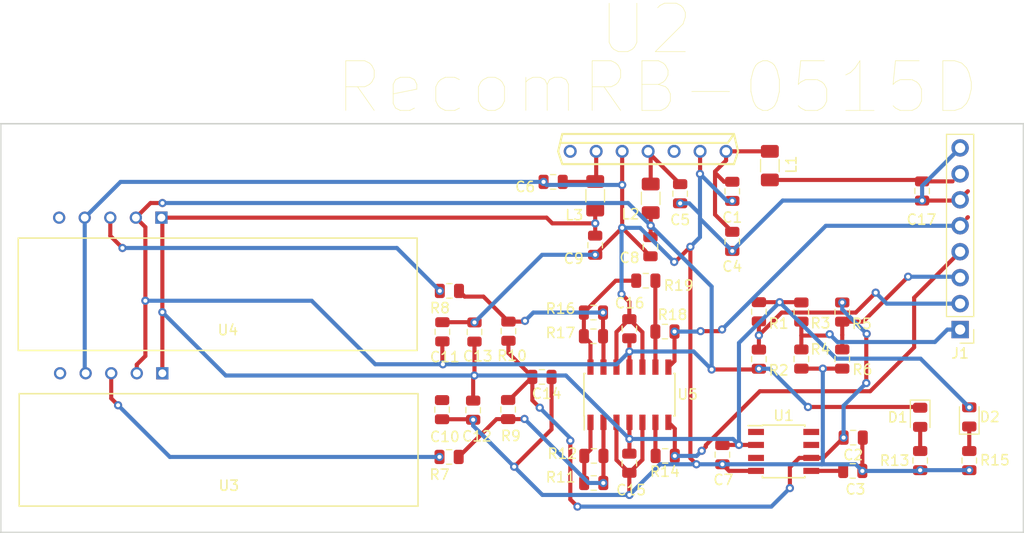
<source format=kicad_pcb>
(kicad_pcb (version 20171130) (host pcbnew "(5.0.0)")

  (general
    (thickness 1.6)
    (drawings 4)
    (tracks 345)
    (zones 0)
    (modules 47)
    (nets 31)
  )

  (page A4)
  (layers
    (0 F.Cu signal)
    (31 B.Cu signal)
    (32 B.Adhes user)
    (33 F.Adhes user)
    (34 B.Paste user)
    (35 F.Paste user)
    (36 B.SilkS user)
    (37 F.SilkS user)
    (38 B.Mask user)
    (39 F.Mask user)
    (40 Dwgs.User user)
    (41 Cmts.User user)
    (42 Eco1.User user)
    (43 Eco2.User user)
    (44 Edge.Cuts user)
    (45 Margin user)
    (46 B.CrtYd user)
    (47 F.CrtYd user)
    (48 B.Fab user)
    (49 F.Fab user hide)
  )

  (setup
    (last_trace_width 0.4)
    (trace_clearance 0.2)
    (zone_clearance 0.508)
    (zone_45_only no)
    (trace_min 0.2)
    (segment_width 0.2)
    (edge_width 0.15)
    (via_size 0.8)
    (via_drill 0.4)
    (via_min_size 0.4)
    (via_min_drill 0.3)
    (uvia_size 0.3)
    (uvia_drill 0.1)
    (uvias_allowed no)
    (uvia_min_size 0.2)
    (uvia_min_drill 0.1)
    (pcb_text_width 0.3)
    (pcb_text_size 1.5 1.5)
    (mod_edge_width 0.15)
    (mod_text_size 1 1)
    (mod_text_width 0.15)
    (pad_size 1.524 1.524)
    (pad_drill 0.762)
    (pad_to_mask_clearance 0.2)
    (aux_axis_origin 0 0)
    (visible_elements 7FFFFFFF)
    (pcbplotparams
      (layerselection 0x010fc_ffffffff)
      (usegerberextensions false)
      (usegerberattributes false)
      (usegerberadvancedattributes false)
      (creategerberjobfile false)
      (excludeedgelayer true)
      (linewidth 0.100000)
      (plotframeref false)
      (viasonmask false)
      (mode 1)
      (useauxorigin false)
      (hpglpennumber 1)
      (hpglpenspeed 20)
      (hpglpendiameter 15.000000)
      (psnegative false)
      (psa4output false)
      (plotreference true)
      (plotvalue true)
      (plotinvisibletext false)
      (padsonsilk false)
      (subtractmaskfromsilk false)
      (outputformat 1)
      (mirror false)
      (drillshape 1)
      (scaleselection 1)
      (outputdirectory ""))
  )

  (net 0 "")
  (net 1 GND)
  (net 2 "Net-(C1-Pad1)")
  (net 3 /offset)
  (net 4 "Net-(C3-Pad1)")
  (net 5 "Net-(C5-Pad1)")
  (net 6 "Net-(C6-Pad2)")
  (net 7 +15V)
  (net 8 -15V)
  (net 9 +5V)
  (net 10 "Net-(D1-Pad2)")
  (net 11 "Net-(D2-Pad1)")
  (net 12 /+15V_sense)
  (net 13 /-15V_sense)
  (net 14 /offset_sense)
  (net 15 /LOW_OUT)
  (net 16 /HIGH_OUT)
  (net 17 "Net-(R7-Pad2)")
  (net 18 "Net-(R11-Pad2)")
  (net 19 "Net-(R10-Pad2)")
  (net 20 "Net-(R8-Pad2)")
  (net 21 "Net-(R11-Pad1)")
  (net 22 "Net-(R14-Pad2)")
  (net 23 "Net-(R16-Pad2)")
  (net 24 "Net-(R18-Pad2)")
  (net 25 "Net-(U1-Pad1)")
  (net 26 "Net-(U1-Pad3)")
  (net 27 "Net-(U1-Pad7)")
  (net 28 "Net-(U1-Pad8)")
  (net 29 "Net-(U3-Pad5)")
  (net 30 "Net-(U4-Pad5)")

  (net_class Default "This is the default net class."
    (clearance 0.2)
    (trace_width 0.4)
    (via_dia 0.8)
    (via_drill 0.4)
    (uvia_dia 0.3)
    (uvia_drill 0.1)
    (add_net +15V)
    (add_net +5V)
    (add_net -15V)
    (add_net /+15V_sense)
    (add_net /-15V_sense)
    (add_net /HIGH_OUT)
    (add_net /LOW_OUT)
    (add_net /offset)
    (add_net /offset_sense)
    (add_net GND)
    (add_net "Net-(C1-Pad1)")
    (add_net "Net-(C3-Pad1)")
    (add_net "Net-(C5-Pad1)")
    (add_net "Net-(C6-Pad2)")
    (add_net "Net-(D1-Pad2)")
    (add_net "Net-(D2-Pad1)")
    (add_net "Net-(R10-Pad2)")
    (add_net "Net-(R11-Pad1)")
    (add_net "Net-(R11-Pad2)")
    (add_net "Net-(R14-Pad2)")
    (add_net "Net-(R16-Pad2)")
    (add_net "Net-(R18-Pad2)")
    (add_net "Net-(R7-Pad2)")
    (add_net "Net-(R8-Pad2)")
    (add_net "Net-(U1-Pad1)")
    (add_net "Net-(U1-Pad3)")
    (add_net "Net-(U1-Pad7)")
    (add_net "Net-(U1-Pad8)")
    (add_net "Net-(U3-Pad5)")
    (add_net "Net-(U4-Pad5)")
  )

  (module Capacitor_SMD:C_0805_2012Metric (layer F.Cu) (tedit 5B36C52B) (tstamp 5BCC0663)
    (at 190.09 106.58 90)
    (descr "Capacitor SMD 0805 (2012 Metric), square (rectangular) end terminal, IPC_7351 nominal, (Body size source: https://docs.google.com/spreadsheets/d/1BsfQQcO9C6DZCsRaXUlFlo91Tg2WpOkGARC1WS5S8t0/edit?usp=sharing), generated with kicad-footprint-generator")
    (tags capacitor)
    (path /5BC31B4E)
    (attr smd)
    (fp_text reference C17 (at -2.8 -0.0625 -180) (layer F.SilkS)
      (effects (font (size 1 1) (thickness 0.15)))
    )
    (fp_text value "1 uF" (at 0 1.65 90) (layer F.Fab)
      (effects (font (size 1 1) (thickness 0.15)))
    )
    (fp_text user %R (at 0 0 90) (layer F.Fab)
      (effects (font (size 0.5 0.5) (thickness 0.08)))
    )
    (fp_line (start 1.68 0.95) (end -1.68 0.95) (layer F.CrtYd) (width 0.05))
    (fp_line (start 1.68 -0.95) (end 1.68 0.95) (layer F.CrtYd) (width 0.05))
    (fp_line (start -1.68 -0.95) (end 1.68 -0.95) (layer F.CrtYd) (width 0.05))
    (fp_line (start -1.68 0.95) (end -1.68 -0.95) (layer F.CrtYd) (width 0.05))
    (fp_line (start -0.258578 0.71) (end 0.258578 0.71) (layer F.SilkS) (width 0.12))
    (fp_line (start -0.258578 -0.71) (end 0.258578 -0.71) (layer F.SilkS) (width 0.12))
    (fp_line (start 1 0.6) (end -1 0.6) (layer F.Fab) (width 0.1))
    (fp_line (start 1 -0.6) (end 1 0.6) (layer F.Fab) (width 0.1))
    (fp_line (start -1 -0.6) (end 1 -0.6) (layer F.Fab) (width 0.1))
    (fp_line (start -1 0.6) (end -1 -0.6) (layer F.Fab) (width 0.1))
    (pad 2 smd roundrect (at 0.9375 0 90) (size 0.975 1.4) (layers F.Cu F.Paste F.Mask) (roundrect_rratio 0.25)
      (net 9 +5V))
    (pad 1 smd roundrect (at -0.9375 0 90) (size 0.975 1.4) (layers F.Cu F.Paste F.Mask) (roundrect_rratio 0.25)
      (net 1 GND))
    (model ${KISYS3DMOD}/Capacitor_SMD.3dshapes/C_0805_2012Metric.wrl
      (at (xyz 0 0 0))
      (scale (xyz 1 1 1))
      (rotate (xyz 0 0 0))
    )
  )

  (module Resistor_SMD:R_0805_2012Metric (layer F.Cu) (tedit 5B36C52B) (tstamp 5BCB6C7B)
    (at 149.64 120.3 90)
    (descr "Resistor SMD 0805 (2012 Metric), square (rectangular) end terminal, IPC_7351 nominal, (Body size source: https://docs.google.com/spreadsheets/d/1BsfQQcO9C6DZCsRaXUlFlo91Tg2WpOkGARC1WS5S8t0/edit?usp=sharing), generated with kicad-footprint-generator")
    (tags resistor)
    (path /5BB27790)
    (attr smd)
    (fp_text reference R10 (at -2.4 0.35 180) (layer F.SilkS)
      (effects (font (size 1 1) (thickness 0.15)))
    )
    (fp_text value "10 kOhm" (at 0 1.65 90) (layer F.Fab)
      (effects (font (size 1 1) (thickness 0.15)))
    )
    (fp_line (start -1 0.6) (end -1 -0.6) (layer F.Fab) (width 0.1))
    (fp_line (start -1 -0.6) (end 1 -0.6) (layer F.Fab) (width 0.1))
    (fp_line (start 1 -0.6) (end 1 0.6) (layer F.Fab) (width 0.1))
    (fp_line (start 1 0.6) (end -1 0.6) (layer F.Fab) (width 0.1))
    (fp_line (start -0.258578 -0.71) (end 0.258578 -0.71) (layer F.SilkS) (width 0.12))
    (fp_line (start -0.258578 0.71) (end 0.258578 0.71) (layer F.SilkS) (width 0.12))
    (fp_line (start -1.68 0.95) (end -1.68 -0.95) (layer F.CrtYd) (width 0.05))
    (fp_line (start -1.68 -0.95) (end 1.68 -0.95) (layer F.CrtYd) (width 0.05))
    (fp_line (start 1.68 -0.95) (end 1.68 0.95) (layer F.CrtYd) (width 0.05))
    (fp_line (start 1.68 0.95) (end -1.68 0.95) (layer F.CrtYd) (width 0.05))
    (fp_text user %R (at 0 0 90) (layer F.Fab)
      (effects (font (size 0.5 0.5) (thickness 0.08)))
    )
    (pad 1 smd roundrect (at -0.9375 0 90) (size 0.975 1.4) (layers F.Cu F.Paste F.Mask) (roundrect_rratio 0.25)
      (net 3 /offset))
    (pad 2 smd roundrect (at 0.9375 0 90) (size 0.975 1.4) (layers F.Cu F.Paste F.Mask) (roundrect_rratio 0.25)
      (net 19 "Net-(R10-Pad2)"))
    (model ${KISYS3DMOD}/Resistor_SMD.3dshapes/R_0805_2012Metric.wrl
      (at (xyz 0 0 0))
      (scale (xyz 1 1 1))
      (rotate (xyz 0 0 0))
    )
  )

  (module Capacitor_SMD:C_0805_2012Metric (layer F.Cu) (tedit 5BDDE44B) (tstamp 5BCC057F)
    (at 158.12 111.8875 270)
    (descr "Capacitor SMD 0805 (2012 Metric), square (rectangular) end terminal, IPC_7351 nominal, (Body size source: https://docs.google.com/spreadsheets/d/1BsfQQcO9C6DZCsRaXUlFlo91Tg2WpOkGARC1WS5S8t0/edit?usp=sharing), generated with kicad-footprint-generator")
    (tags capacitor)
    (path /5BB09CB5)
    (attr smd)
    (fp_text reference C9 (at 1.3125 2.1) (layer F.SilkS)
      (effects (font (size 1 1) (thickness 0.15)))
    )
    (fp_text value "22 uF" (at 4.1375 0 270) (layer F.Fab)
      (effects (font (size 1 1) (thickness 0.15)))
    )
    (fp_line (start -1 0.6) (end -1 -0.6) (layer F.Fab) (width 0.1))
    (fp_line (start -1 -0.6) (end 1 -0.6) (layer F.Fab) (width 0.1))
    (fp_line (start 1 -0.6) (end 1 0.6) (layer F.Fab) (width 0.1))
    (fp_line (start 1 0.6) (end -1 0.6) (layer F.Fab) (width 0.1))
    (fp_line (start -0.258578 -0.71) (end 0.258578 -0.71) (layer F.SilkS) (width 0.12))
    (fp_line (start -0.258578 0.71) (end 0.258578 0.71) (layer F.SilkS) (width 0.12))
    (fp_line (start -1.68 0.95) (end -1.68 -0.95) (layer F.CrtYd) (width 0.05))
    (fp_line (start -1.68 -0.95) (end 1.68 -0.95) (layer F.CrtYd) (width 0.05))
    (fp_line (start 1.68 -0.95) (end 1.68 0.95) (layer F.CrtYd) (width 0.05))
    (fp_line (start 1.68 0.95) (end -1.68 0.95) (layer F.CrtYd) (width 0.05))
    (fp_text user %R (at 0 0 270) (layer F.Fab)
      (effects (font (size 0.5 0.5) (thickness 0.08)))
    )
    (pad 1 smd roundrect (at -0.9375 0 270) (size 0.975 1.4) (layers F.Cu F.Paste F.Mask) (roundrect_rratio 0.25)
      (net 7 +15V))
    (pad 2 smd roundrect (at 0.9375 0 270) (size 0.975 1.4) (layers F.Cu F.Paste F.Mask) (roundrect_rratio 0.25)
      (net 1 GND))
    (model ${KISYS3DMOD}/Capacitor_SMD.3dshapes/C_0805_2012Metric.wrl
      (at (xyz 0 0 0))
      (scale (xyz 1 1 1))
      (rotate (xyz 0 0 0))
    )
  )

  (module Capacitor_SMD:C_0805_2012Metric (layer F.Cu) (tedit 5B36C52B) (tstamp 5BCC05DF)
    (at 171.525 106.6125 270)
    (descr "Capacitor SMD 0805 (2012 Metric), square (rectangular) end terminal, IPC_7351 nominal, (Body size source: https://docs.google.com/spreadsheets/d/1BsfQQcO9C6DZCsRaXUlFlo91Tg2WpOkGARC1WS5S8t0/edit?usp=sharing), generated with kicad-footprint-generator")
    (tags capacitor)
    (path /5BB09C73)
    (attr smd)
    (fp_text reference C1 (at 2.5625 0) (layer F.SilkS)
      (effects (font (size 1 1) (thickness 0.15)))
    )
    (fp_text value "22 uF" (at 0 1.65 270) (layer F.Fab)
      (effects (font (size 1 1) (thickness 0.15)))
    )
    (fp_text user %R (at 0 0 270) (layer F.Fab)
      (effects (font (size 0.5 0.5) (thickness 0.08)))
    )
    (fp_line (start 1.68 0.95) (end -1.68 0.95) (layer F.CrtYd) (width 0.05))
    (fp_line (start 1.68 -0.95) (end 1.68 0.95) (layer F.CrtYd) (width 0.05))
    (fp_line (start -1.68 -0.95) (end 1.68 -0.95) (layer F.CrtYd) (width 0.05))
    (fp_line (start -1.68 0.95) (end -1.68 -0.95) (layer F.CrtYd) (width 0.05))
    (fp_line (start -0.258578 0.71) (end 0.258578 0.71) (layer F.SilkS) (width 0.12))
    (fp_line (start -0.258578 -0.71) (end 0.258578 -0.71) (layer F.SilkS) (width 0.12))
    (fp_line (start 1 0.6) (end -1 0.6) (layer F.Fab) (width 0.1))
    (fp_line (start 1 -0.6) (end 1 0.6) (layer F.Fab) (width 0.1))
    (fp_line (start -1 -0.6) (end 1 -0.6) (layer F.Fab) (width 0.1))
    (fp_line (start -1 0.6) (end -1 -0.6) (layer F.Fab) (width 0.1))
    (pad 2 smd roundrect (at 0.9375 0 270) (size 0.975 1.4) (layers F.Cu F.Paste F.Mask) (roundrect_rratio 0.25)
      (net 1 GND))
    (pad 1 smd roundrect (at -0.9375 0 270) (size 0.975 1.4) (layers F.Cu F.Paste F.Mask) (roundrect_rratio 0.25)
      (net 2 "Net-(C1-Pad1)"))
    (model ${KISYS3DMOD}/Capacitor_SMD.3dshapes/C_0805_2012Metric.wrl
      (at (xyz 0 0 0))
      (scale (xyz 1 1 1))
      (rotate (xyz 0 0 0))
    )
  )

  (module Capacitor_SMD:C_0805_2012Metric (layer F.Cu) (tedit 5B36C52B) (tstamp 5BCB6A5D)
    (at 183.35 130.72)
    (descr "Capacitor SMD 0805 (2012 Metric), square (rectangular) end terminal, IPC_7351 nominal, (Body size source: https://docs.google.com/spreadsheets/d/1BsfQQcO9C6DZCsRaXUlFlo91Tg2WpOkGARC1WS5S8t0/edit?usp=sharing), generated with kicad-footprint-generator")
    (tags capacitor)
    (path /5BB07868)
    (attr smd)
    (fp_text reference C2 (at 0 1.7) (layer F.SilkS)
      (effects (font (size 1 1) (thickness 0.15)))
    )
    (fp_text value "1 uF" (at 0 1.65) (layer F.Fab)
      (effects (font (size 1 1) (thickness 0.15)))
    )
    (fp_text user %R (at 0 0) (layer F.Fab)
      (effects (font (size 0.5 0.5) (thickness 0.08)))
    )
    (fp_line (start 1.68 0.95) (end -1.68 0.95) (layer F.CrtYd) (width 0.05))
    (fp_line (start 1.68 -0.95) (end 1.68 0.95) (layer F.CrtYd) (width 0.05))
    (fp_line (start -1.68 -0.95) (end 1.68 -0.95) (layer F.CrtYd) (width 0.05))
    (fp_line (start -1.68 0.95) (end -1.68 -0.95) (layer F.CrtYd) (width 0.05))
    (fp_line (start -0.258578 0.71) (end 0.258578 0.71) (layer F.SilkS) (width 0.12))
    (fp_line (start -0.258578 -0.71) (end 0.258578 -0.71) (layer F.SilkS) (width 0.12))
    (fp_line (start 1 0.6) (end -1 0.6) (layer F.Fab) (width 0.1))
    (fp_line (start 1 -0.6) (end 1 0.6) (layer F.Fab) (width 0.1))
    (fp_line (start -1 -0.6) (end 1 -0.6) (layer F.Fab) (width 0.1))
    (fp_line (start -1 0.6) (end -1 -0.6) (layer F.Fab) (width 0.1))
    (pad 2 smd roundrect (at 0.9375 0) (size 0.975 1.4) (layers F.Cu F.Paste F.Mask) (roundrect_rratio 0.25)
      (net 1 GND))
    (pad 1 smd roundrect (at -0.9375 0) (size 0.975 1.4) (layers F.Cu F.Paste F.Mask) (roundrect_rratio 0.25)
      (net 3 /offset))
    (model ${KISYS3DMOD}/Capacitor_SMD.3dshapes/C_0805_2012Metric.wrl
      (at (xyz 0 0 0))
      (scale (xyz 1 1 1))
      (rotate (xyz 0 0 0))
    )
  )

  (module Capacitor_SMD:C_0805_2012Metric (layer F.Cu) (tedit 5B36C52B) (tstamp 5BCB6A6E)
    (at 183.3075 133.98)
    (descr "Capacitor SMD 0805 (2012 Metric), square (rectangular) end terminal, IPC_7351 nominal, (Body size source: https://docs.google.com/spreadsheets/d/1BsfQQcO9C6DZCsRaXUlFlo91Tg2WpOkGARC1WS5S8t0/edit?usp=sharing), generated with kicad-footprint-generator")
    (tags capacitor)
    (path /5BB07697)
    (attr smd)
    (fp_text reference C3 (at 0.2625 1.8) (layer F.SilkS)
      (effects (font (size 1 1) (thickness 0.15)))
    )
    (fp_text value "1 uF" (at 0 1.65) (layer F.Fab)
      (effects (font (size 1 1) (thickness 0.15)))
    )
    (fp_line (start -1 0.6) (end -1 -0.6) (layer F.Fab) (width 0.1))
    (fp_line (start -1 -0.6) (end 1 -0.6) (layer F.Fab) (width 0.1))
    (fp_line (start 1 -0.6) (end 1 0.6) (layer F.Fab) (width 0.1))
    (fp_line (start 1 0.6) (end -1 0.6) (layer F.Fab) (width 0.1))
    (fp_line (start -0.258578 -0.71) (end 0.258578 -0.71) (layer F.SilkS) (width 0.12))
    (fp_line (start -0.258578 0.71) (end 0.258578 0.71) (layer F.SilkS) (width 0.12))
    (fp_line (start -1.68 0.95) (end -1.68 -0.95) (layer F.CrtYd) (width 0.05))
    (fp_line (start -1.68 -0.95) (end 1.68 -0.95) (layer F.CrtYd) (width 0.05))
    (fp_line (start 1.68 -0.95) (end 1.68 0.95) (layer F.CrtYd) (width 0.05))
    (fp_line (start 1.68 0.95) (end -1.68 0.95) (layer F.CrtYd) (width 0.05))
    (fp_text user %R (at 0 0) (layer F.Fab)
      (effects (font (size 0.5 0.5) (thickness 0.08)))
    )
    (pad 1 smd roundrect (at -0.9375 0) (size 0.975 1.4) (layers F.Cu F.Paste F.Mask) (roundrect_rratio 0.25)
      (net 4 "Net-(C3-Pad1)"))
    (pad 2 smd roundrect (at 0.9375 0) (size 0.975 1.4) (layers F.Cu F.Paste F.Mask) (roundrect_rratio 0.25)
      (net 1 GND))
    (model ${KISYS3DMOD}/Capacitor_SMD.3dshapes/C_0805_2012Metric.wrl
      (at (xyz 0 0 0))
      (scale (xyz 1 1 1))
      (rotate (xyz 0 0 0))
    )
  )

  (module Capacitor_SMD:C_0805_2012Metric (layer F.Cu) (tedit 5B36C52B) (tstamp 5BCC054F)
    (at 171.525 111.5125 270)
    (descr "Capacitor SMD 0805 (2012 Metric), square (rectangular) end terminal, IPC_7351 nominal, (Body size source: https://docs.google.com/spreadsheets/d/1BsfQQcO9C6DZCsRaXUlFlo91Tg2WpOkGARC1WS5S8t0/edit?usp=sharing), generated with kicad-footprint-generator")
    (tags capacitor)
    (path /5BB09A61)
    (attr smd)
    (fp_text reference C4 (at 2.4625 0) (layer F.SilkS)
      (effects (font (size 1 1) (thickness 0.15)))
    )
    (fp_text value "1 uF" (at 0 1.65 270) (layer F.Fab)
      (effects (font (size 1 1) (thickness 0.15)))
    )
    (fp_line (start -1 0.6) (end -1 -0.6) (layer F.Fab) (width 0.1))
    (fp_line (start -1 -0.6) (end 1 -0.6) (layer F.Fab) (width 0.1))
    (fp_line (start 1 -0.6) (end 1 0.6) (layer F.Fab) (width 0.1))
    (fp_line (start 1 0.6) (end -1 0.6) (layer F.Fab) (width 0.1))
    (fp_line (start -0.258578 -0.71) (end 0.258578 -0.71) (layer F.SilkS) (width 0.12))
    (fp_line (start -0.258578 0.71) (end 0.258578 0.71) (layer F.SilkS) (width 0.12))
    (fp_line (start -1.68 0.95) (end -1.68 -0.95) (layer F.CrtYd) (width 0.05))
    (fp_line (start -1.68 -0.95) (end 1.68 -0.95) (layer F.CrtYd) (width 0.05))
    (fp_line (start 1.68 -0.95) (end 1.68 0.95) (layer F.CrtYd) (width 0.05))
    (fp_line (start 1.68 0.95) (end -1.68 0.95) (layer F.CrtYd) (width 0.05))
    (fp_text user %R (at 0 0 270) (layer F.Fab)
      (effects (font (size 0.5 0.5) (thickness 0.08)))
    )
    (pad 1 smd roundrect (at -0.9375 0 270) (size 0.975 1.4) (layers F.Cu F.Paste F.Mask) (roundrect_rratio 0.25)
      (net 2 "Net-(C1-Pad1)"))
    (pad 2 smd roundrect (at 0.9375 0 270) (size 0.975 1.4) (layers F.Cu F.Paste F.Mask) (roundrect_rratio 0.25)
      (net 1 GND))
    (model ${KISYS3DMOD}/Capacitor_SMD.3dshapes/C_0805_2012Metric.wrl
      (at (xyz 0 0 0))
      (scale (xyz 1 1 1))
      (rotate (xyz 0 0 0))
    )
  )

  (module Capacitor_SMD:C_0805_2012Metric (layer F.Cu) (tedit 5B36C52B) (tstamp 5BCC05AF)
    (at 166.43 106.85 270)
    (descr "Capacitor SMD 0805 (2012 Metric), square (rectangular) end terminal, IPC_7351 nominal, (Body size source: https://docs.google.com/spreadsheets/d/1BsfQQcO9C6DZCsRaXUlFlo91Tg2WpOkGARC1WS5S8t0/edit?usp=sharing), generated with kicad-footprint-generator")
    (tags capacitor)
    (path /5BB09B2F)
    (attr smd)
    (fp_text reference C5 (at 2.5625 0) (layer F.SilkS)
      (effects (font (size 1 1) (thickness 0.15)))
    )
    (fp_text value "1 uF" (at 0 1.65 270) (layer F.Fab)
      (effects (font (size 1 1) (thickness 0.15)))
    )
    (fp_text user %R (at 0 0 270) (layer F.Fab)
      (effects (font (size 0.5 0.5) (thickness 0.08)))
    )
    (fp_line (start 1.68 0.95) (end -1.68 0.95) (layer F.CrtYd) (width 0.05))
    (fp_line (start 1.68 -0.95) (end 1.68 0.95) (layer F.CrtYd) (width 0.05))
    (fp_line (start -1.68 -0.95) (end 1.68 -0.95) (layer F.CrtYd) (width 0.05))
    (fp_line (start -1.68 0.95) (end -1.68 -0.95) (layer F.CrtYd) (width 0.05))
    (fp_line (start -0.258578 0.71) (end 0.258578 0.71) (layer F.SilkS) (width 0.12))
    (fp_line (start -0.258578 -0.71) (end 0.258578 -0.71) (layer F.SilkS) (width 0.12))
    (fp_line (start 1 0.6) (end -1 0.6) (layer F.Fab) (width 0.1))
    (fp_line (start 1 -0.6) (end 1 0.6) (layer F.Fab) (width 0.1))
    (fp_line (start -1 -0.6) (end 1 -0.6) (layer F.Fab) (width 0.1))
    (fp_line (start -1 0.6) (end -1 -0.6) (layer F.Fab) (width 0.1))
    (pad 2 smd roundrect (at 0.9375 0 270) (size 0.975 1.4) (layers F.Cu F.Paste F.Mask) (roundrect_rratio 0.25)
      (net 1 GND))
    (pad 1 smd roundrect (at -0.9375 0 270) (size 0.975 1.4) (layers F.Cu F.Paste F.Mask) (roundrect_rratio 0.25)
      (net 5 "Net-(C5-Pad1)"))
    (model ${KISYS3DMOD}/Capacitor_SMD.3dshapes/C_0805_2012Metric.wrl
      (at (xyz 0 0 0))
      (scale (xyz 1 1 1))
      (rotate (xyz 0 0 0))
    )
  )

  (module Capacitor_SMD:C_0805_2012Metric (layer F.Cu) (tedit 5B36C52B) (tstamp 5BDE0574)
    (at 154.0125 105.69)
    (descr "Capacitor SMD 0805 (2012 Metric), square (rectangular) end terminal, IPC_7351 nominal, (Body size source: https://docs.google.com/spreadsheets/d/1BsfQQcO9C6DZCsRaXUlFlo91Tg2WpOkGARC1WS5S8t0/edit?usp=sharing), generated with kicad-footprint-generator")
    (tags capacitor)
    (path /5BB09AF7)
    (attr smd)
    (fp_text reference C6 (at -2.7325 0.49) (layer F.SilkS)
      (effects (font (size 1 1) (thickness 0.15)))
    )
    (fp_text value "1 uF" (at 0 1.65) (layer F.Fab)
      (effects (font (size 1 1) (thickness 0.15)))
    )
    (fp_text user %R (at 0 0) (layer F.Fab)
      (effects (font (size 0.5 0.5) (thickness 0.08)))
    )
    (fp_line (start 1.68 0.95) (end -1.68 0.95) (layer F.CrtYd) (width 0.05))
    (fp_line (start 1.68 -0.95) (end 1.68 0.95) (layer F.CrtYd) (width 0.05))
    (fp_line (start -1.68 -0.95) (end 1.68 -0.95) (layer F.CrtYd) (width 0.05))
    (fp_line (start -1.68 0.95) (end -1.68 -0.95) (layer F.CrtYd) (width 0.05))
    (fp_line (start -0.258578 0.71) (end 0.258578 0.71) (layer F.SilkS) (width 0.12))
    (fp_line (start -0.258578 -0.71) (end 0.258578 -0.71) (layer F.SilkS) (width 0.12))
    (fp_line (start 1 0.6) (end -1 0.6) (layer F.Fab) (width 0.1))
    (fp_line (start 1 -0.6) (end 1 0.6) (layer F.Fab) (width 0.1))
    (fp_line (start -1 -0.6) (end 1 -0.6) (layer F.Fab) (width 0.1))
    (fp_line (start -1 0.6) (end -1 -0.6) (layer F.Fab) (width 0.1))
    (pad 2 smd roundrect (at 0.9375 0) (size 0.975 1.4) (layers F.Cu F.Paste F.Mask) (roundrect_rratio 0.25)
      (net 6 "Net-(C6-Pad2)"))
    (pad 1 smd roundrect (at -0.9375 0) (size 0.975 1.4) (layers F.Cu F.Paste F.Mask) (roundrect_rratio 0.25)
      (net 1 GND))
    (model ${KISYS3DMOD}/Capacitor_SMD.3dshapes/C_0805_2012Metric.wrl
      (at (xyz 0 0 0))
      (scale (xyz 1 1 1))
      (rotate (xyz 0 0 0))
    )
  )

  (module Capacitor_SMD:C_0805_2012Metric (layer F.Cu) (tedit 5B36C52B) (tstamp 5BCB6AB2)
    (at 170.56 132.39 270)
    (descr "Capacitor SMD 0805 (2012 Metric), square (rectangular) end terminal, IPC_7351 nominal, (Body size source: https://docs.google.com/spreadsheets/d/1BsfQQcO9C6DZCsRaXUlFlo91Tg2WpOkGARC1WS5S8t0/edit?usp=sharing), generated with kicad-footprint-generator")
    (tags capacitor)
    (path /5BB06F57)
    (attr smd)
    (fp_text reference C7 (at 2.4625 -0.1) (layer F.SilkS)
      (effects (font (size 1 1) (thickness 0.15)))
    )
    (fp_text value "1 uF" (at 0 1.65 270) (layer F.Fab)
      (effects (font (size 1 1) (thickness 0.15)))
    )
    (fp_line (start -1 0.6) (end -1 -0.6) (layer F.Fab) (width 0.1))
    (fp_line (start -1 -0.6) (end 1 -0.6) (layer F.Fab) (width 0.1))
    (fp_line (start 1 -0.6) (end 1 0.6) (layer F.Fab) (width 0.1))
    (fp_line (start 1 0.6) (end -1 0.6) (layer F.Fab) (width 0.1))
    (fp_line (start -0.258578 -0.71) (end 0.258578 -0.71) (layer F.SilkS) (width 0.12))
    (fp_line (start -0.258578 0.71) (end 0.258578 0.71) (layer F.SilkS) (width 0.12))
    (fp_line (start -1.68 0.95) (end -1.68 -0.95) (layer F.CrtYd) (width 0.05))
    (fp_line (start -1.68 -0.95) (end 1.68 -0.95) (layer F.CrtYd) (width 0.05))
    (fp_line (start 1.68 -0.95) (end 1.68 0.95) (layer F.CrtYd) (width 0.05))
    (fp_line (start 1.68 0.95) (end -1.68 0.95) (layer F.CrtYd) (width 0.05))
    (fp_text user %R (at 0 0 270) (layer F.Fab)
      (effects (font (size 0.5 0.5) (thickness 0.08)))
    )
    (pad 1 smd roundrect (at -0.9375 0 270) (size 0.975 1.4) (layers F.Cu F.Paste F.Mask) (roundrect_rratio 0.25)
      (net 7 +15V))
    (pad 2 smd roundrect (at 0.9375 0 270) (size 0.975 1.4) (layers F.Cu F.Paste F.Mask) (roundrect_rratio 0.25)
      (net 1 GND))
    (model ${KISYS3DMOD}/Capacitor_SMD.3dshapes/C_0805_2012Metric.wrl
      (at (xyz 0 0 0))
      (scale (xyz 1 1 1))
      (rotate (xyz 0 0 0))
    )
  )

  (module Capacitor_SMD:C_0805_2012Metric (layer F.Cu) (tedit 5B36C52B) (tstamp 5BCC051F)
    (at 163.525 112.0375 90)
    (descr "Capacitor SMD 0805 (2012 Metric), square (rectangular) end terminal, IPC_7351 nominal, (Body size source: https://docs.google.com/spreadsheets/d/1BsfQQcO9C6DZCsRaXUlFlo91Tg2WpOkGARC1WS5S8t0/edit?usp=sharing), generated with kicad-footprint-generator")
    (tags capacitor)
    (path /5BB09C17)
    (attr smd)
    (fp_text reference C8 (at -1.0825 -2.045) (layer F.SilkS)
      (effects (font (size 1 1) (thickness 0.15)))
    )
    (fp_text value "22 uF" (at 0 1.65 90) (layer F.Fab)
      (effects (font (size 1 1) (thickness 0.15)))
    )
    (fp_line (start -1 0.6) (end -1 -0.6) (layer F.Fab) (width 0.1))
    (fp_line (start -1 -0.6) (end 1 -0.6) (layer F.Fab) (width 0.1))
    (fp_line (start 1 -0.6) (end 1 0.6) (layer F.Fab) (width 0.1))
    (fp_line (start 1 0.6) (end -1 0.6) (layer F.Fab) (width 0.1))
    (fp_line (start -0.258578 -0.71) (end 0.258578 -0.71) (layer F.SilkS) (width 0.12))
    (fp_line (start -0.258578 0.71) (end 0.258578 0.71) (layer F.SilkS) (width 0.12))
    (fp_line (start -1.68 0.95) (end -1.68 -0.95) (layer F.CrtYd) (width 0.05))
    (fp_line (start -1.68 -0.95) (end 1.68 -0.95) (layer F.CrtYd) (width 0.05))
    (fp_line (start 1.68 -0.95) (end 1.68 0.95) (layer F.CrtYd) (width 0.05))
    (fp_line (start 1.68 0.95) (end -1.68 0.95) (layer F.CrtYd) (width 0.05))
    (fp_text user %R (at 0 0 90) (layer F.Fab)
      (effects (font (size 0.5 0.5) (thickness 0.08)))
    )
    (pad 1 smd roundrect (at -0.9375 0 90) (size 0.975 1.4) (layers F.Cu F.Paste F.Mask) (roundrect_rratio 0.25)
      (net 1 GND))
    (pad 2 smd roundrect (at 0.9375 0 90) (size 0.975 1.4) (layers F.Cu F.Paste F.Mask) (roundrect_rratio 0.25)
      (net 8 -15V))
    (model ${KISYS3DMOD}/Capacitor_SMD.3dshapes/C_0805_2012Metric.wrl
      (at (xyz 0 0 0))
      (scale (xyz 1 1 1))
      (rotate (xyz 0 0 0))
    )
  )

  (module Capacitor_SMD:C_0805_2012Metric (layer F.Cu) (tedit 5B36C52B) (tstamp 5BCC09A2)
    (at 143.15 127.985 270)
    (descr "Capacitor SMD 0805 (2012 Metric), square (rectangular) end terminal, IPC_7351 nominal, (Body size source: https://docs.google.com/spreadsheets/d/1BsfQQcO9C6DZCsRaXUlFlo91Tg2WpOkGARC1WS5S8t0/edit?usp=sharing), generated with kicad-footprint-generator")
    (tags capacitor)
    (path /5BB16F8D)
    (attr smd)
    (fp_text reference C10 (at 2.655 -0.27) (layer F.SilkS)
      (effects (font (size 1 1) (thickness 0.15)))
    )
    (fp_text value "1 uF" (at 0 1.65 270) (layer F.Fab)
      (effects (font (size 1 1) (thickness 0.15)))
    )
    (fp_line (start -1 0.6) (end -1 -0.6) (layer F.Fab) (width 0.1))
    (fp_line (start -1 -0.6) (end 1 -0.6) (layer F.Fab) (width 0.1))
    (fp_line (start 1 -0.6) (end 1 0.6) (layer F.Fab) (width 0.1))
    (fp_line (start 1 0.6) (end -1 0.6) (layer F.Fab) (width 0.1))
    (fp_line (start -0.258578 -0.71) (end 0.258578 -0.71) (layer F.SilkS) (width 0.12))
    (fp_line (start -0.258578 0.71) (end 0.258578 0.71) (layer F.SilkS) (width 0.12))
    (fp_line (start -1.68 0.95) (end -1.68 -0.95) (layer F.CrtYd) (width 0.05))
    (fp_line (start -1.68 -0.95) (end 1.68 -0.95) (layer F.CrtYd) (width 0.05))
    (fp_line (start 1.68 -0.95) (end 1.68 0.95) (layer F.CrtYd) (width 0.05))
    (fp_line (start 1.68 0.95) (end -1.68 0.95) (layer F.CrtYd) (width 0.05))
    (fp_text user %R (at 0 0 270) (layer F.Fab)
      (effects (font (size 0.5 0.5) (thickness 0.08)))
    )
    (pad 1 smd roundrect (at -0.9375 0 270) (size 0.975 1.4) (layers F.Cu F.Paste F.Mask) (roundrect_rratio 0.25)
      (net 8 -15V))
    (pad 2 smd roundrect (at 0.9375 0 270) (size 0.975 1.4) (layers F.Cu F.Paste F.Mask) (roundrect_rratio 0.25)
      (net 1 GND))
    (model ${KISYS3DMOD}/Capacitor_SMD.3dshapes/C_0805_2012Metric.wrl
      (at (xyz 0 0 0))
      (scale (xyz 1 1 1))
      (rotate (xyz 0 0 0))
    )
  )

  (module Capacitor_SMD:C_0805_2012Metric (layer F.Cu) (tedit 5B36C52B) (tstamp 5BDE0EA4)
    (at 143.18 120.3625 90)
    (descr "Capacitor SMD 0805 (2012 Metric), square (rectangular) end terminal, IPC_7351 nominal, (Body size source: https://docs.google.com/spreadsheets/d/1BsfQQcO9C6DZCsRaXUlFlo91Tg2WpOkGARC1WS5S8t0/edit?usp=sharing), generated with kicad-footprint-generator")
    (tags capacitor)
    (path /5BB2663D)
    (attr smd)
    (fp_text reference C11 (at -2.4675 0.24 180) (layer F.SilkS)
      (effects (font (size 1 1) (thickness 0.15)))
    )
    (fp_text value "1 uF" (at 0 1.65 90) (layer F.Fab)
      (effects (font (size 1 1) (thickness 0.15)))
    )
    (fp_text user %R (at 0 0 90) (layer F.Fab)
      (effects (font (size 0.5 0.5) (thickness 0.08)))
    )
    (fp_line (start 1.68 0.95) (end -1.68 0.95) (layer F.CrtYd) (width 0.05))
    (fp_line (start 1.68 -0.95) (end 1.68 0.95) (layer F.CrtYd) (width 0.05))
    (fp_line (start -1.68 -0.95) (end 1.68 -0.95) (layer F.CrtYd) (width 0.05))
    (fp_line (start -1.68 0.95) (end -1.68 -0.95) (layer F.CrtYd) (width 0.05))
    (fp_line (start -0.258578 0.71) (end 0.258578 0.71) (layer F.SilkS) (width 0.12))
    (fp_line (start -0.258578 -0.71) (end 0.258578 -0.71) (layer F.SilkS) (width 0.12))
    (fp_line (start 1 0.6) (end -1 0.6) (layer F.Fab) (width 0.1))
    (fp_line (start 1 -0.6) (end 1 0.6) (layer F.Fab) (width 0.1))
    (fp_line (start -1 -0.6) (end 1 -0.6) (layer F.Fab) (width 0.1))
    (fp_line (start -1 0.6) (end -1 -0.6) (layer F.Fab) (width 0.1))
    (pad 2 smd roundrect (at 0.9375 0 90) (size 0.975 1.4) (layers F.Cu F.Paste F.Mask) (roundrect_rratio 0.25)
      (net 1 GND))
    (pad 1 smd roundrect (at -0.9375 0 90) (size 0.975 1.4) (layers F.Cu F.Paste F.Mask) (roundrect_rratio 0.25)
      (net 8 -15V))
    (model ${KISYS3DMOD}/Capacitor_SMD.3dshapes/C_0805_2012Metric.wrl
      (at (xyz 0 0 0))
      (scale (xyz 1 1 1))
      (rotate (xyz 0 0 0))
    )
  )

  (module Capacitor_SMD:C_0805_2012Metric (layer F.Cu) (tedit 5B36C52B) (tstamp 5BCB6B07)
    (at 146.19 128.0325 270)
    (descr "Capacitor SMD 0805 (2012 Metric), square (rectangular) end terminal, IPC_7351 nominal, (Body size source: https://docs.google.com/spreadsheets/d/1BsfQQcO9C6DZCsRaXUlFlo91Tg2WpOkGARC1WS5S8t0/edit?usp=sharing), generated with kicad-footprint-generator")
    (tags capacitor)
    (path /5BB16FF9)
    (attr smd)
    (fp_text reference C12 (at 2.5575 -0.37) (layer F.SilkS)
      (effects (font (size 1 1) (thickness 0.15)))
    )
    (fp_text value "1 uF" (at 0 1.65 270) (layer F.Fab)
      (effects (font (size 1 1) (thickness 0.15)))
    )
    (fp_text user %R (at 0 0 270) (layer F.Fab)
      (effects (font (size 0.5 0.5) (thickness 0.08)))
    )
    (fp_line (start 1.68 0.95) (end -1.68 0.95) (layer F.CrtYd) (width 0.05))
    (fp_line (start 1.68 -0.95) (end 1.68 0.95) (layer F.CrtYd) (width 0.05))
    (fp_line (start -1.68 -0.95) (end 1.68 -0.95) (layer F.CrtYd) (width 0.05))
    (fp_line (start -1.68 0.95) (end -1.68 -0.95) (layer F.CrtYd) (width 0.05))
    (fp_line (start -0.258578 0.71) (end 0.258578 0.71) (layer F.SilkS) (width 0.12))
    (fp_line (start -0.258578 -0.71) (end 0.258578 -0.71) (layer F.SilkS) (width 0.12))
    (fp_line (start 1 0.6) (end -1 0.6) (layer F.Fab) (width 0.1))
    (fp_line (start 1 -0.6) (end 1 0.6) (layer F.Fab) (width 0.1))
    (fp_line (start -1 -0.6) (end 1 -0.6) (layer F.Fab) (width 0.1))
    (fp_line (start -1 0.6) (end -1 -0.6) (layer F.Fab) (width 0.1))
    (pad 2 smd roundrect (at 0.9375 0 270) (size 0.975 1.4) (layers F.Cu F.Paste F.Mask) (roundrect_rratio 0.25)
      (net 1 GND))
    (pad 1 smd roundrect (at -0.9375 0 270) (size 0.975 1.4) (layers F.Cu F.Paste F.Mask) (roundrect_rratio 0.25)
      (net 7 +15V))
    (model ${KISYS3DMOD}/Capacitor_SMD.3dshapes/C_0805_2012Metric.wrl
      (at (xyz 0 0 0))
      (scale (xyz 1 1 1))
      (rotate (xyz 0 0 0))
    )
  )

  (module Capacitor_SMD:C_0805_2012Metric (layer F.Cu) (tedit 5B36C52B) (tstamp 5BCB6B18)
    (at 146.32 120.38 90)
    (descr "Capacitor SMD 0805 (2012 Metric), square (rectangular) end terminal, IPC_7351 nominal, (Body size source: https://docs.google.com/spreadsheets/d/1BsfQQcO9C6DZCsRaXUlFlo91Tg2WpOkGARC1WS5S8t0/edit?usp=sharing), generated with kicad-footprint-generator")
    (tags capacitor)
    (path /5BB266A3)
    (attr smd)
    (fp_text reference C13 (at -2.3675 0.3225 180) (layer F.SilkS)
      (effects (font (size 1 1) (thickness 0.15)))
    )
    (fp_text value "1 uF" (at 0 1.65 90) (layer F.Fab)
      (effects (font (size 1 1) (thickness 0.15)))
    )
    (fp_line (start -1 0.6) (end -1 -0.6) (layer F.Fab) (width 0.1))
    (fp_line (start -1 -0.6) (end 1 -0.6) (layer F.Fab) (width 0.1))
    (fp_line (start 1 -0.6) (end 1 0.6) (layer F.Fab) (width 0.1))
    (fp_line (start 1 0.6) (end -1 0.6) (layer F.Fab) (width 0.1))
    (fp_line (start -0.258578 -0.71) (end 0.258578 -0.71) (layer F.SilkS) (width 0.12))
    (fp_line (start -0.258578 0.71) (end 0.258578 0.71) (layer F.SilkS) (width 0.12))
    (fp_line (start -1.68 0.95) (end -1.68 -0.95) (layer F.CrtYd) (width 0.05))
    (fp_line (start -1.68 -0.95) (end 1.68 -0.95) (layer F.CrtYd) (width 0.05))
    (fp_line (start 1.68 -0.95) (end 1.68 0.95) (layer F.CrtYd) (width 0.05))
    (fp_line (start 1.68 0.95) (end -1.68 0.95) (layer F.CrtYd) (width 0.05))
    (fp_text user %R (at 0 0 90) (layer F.Fab)
      (effects (font (size 0.5 0.5) (thickness 0.08)))
    )
    (pad 1 smd roundrect (at -0.9375 0 90) (size 0.975 1.4) (layers F.Cu F.Paste F.Mask) (roundrect_rratio 0.25)
      (net 7 +15V))
    (pad 2 smd roundrect (at 0.9375 0 90) (size 0.975 1.4) (layers F.Cu F.Paste F.Mask) (roundrect_rratio 0.25)
      (net 1 GND))
    (model ${KISYS3DMOD}/Capacitor_SMD.3dshapes/C_0805_2012Metric.wrl
      (at (xyz 0 0 0))
      (scale (xyz 1 1 1))
      (rotate (xyz 0 0 0))
    )
  )

  (module Capacitor_SMD:C_0805_2012Metric (layer F.Cu) (tedit 5B36C52B) (tstamp 5BDE1052)
    (at 152.9175 124.78)
    (descr "Capacitor SMD 0805 (2012 Metric), square (rectangular) end terminal, IPC_7351 nominal, (Body size source: https://docs.google.com/spreadsheets/d/1BsfQQcO9C6DZCsRaXUlFlo91Tg2WpOkGARC1WS5S8t0/edit?usp=sharing), generated with kicad-footprint-generator")
    (tags capacitor)
    (path /5BB278C7)
    (attr smd)
    (fp_text reference C14 (at 0.4625 1.64) (layer F.SilkS)
      (effects (font (size 1 1) (thickness 0.15)))
    )
    (fp_text value "1 uF" (at 0 1.65) (layer F.Fab)
      (effects (font (size 1 1) (thickness 0.15)))
    )
    (fp_line (start -1 0.6) (end -1 -0.6) (layer F.Fab) (width 0.1))
    (fp_line (start -1 -0.6) (end 1 -0.6) (layer F.Fab) (width 0.1))
    (fp_line (start 1 -0.6) (end 1 0.6) (layer F.Fab) (width 0.1))
    (fp_line (start 1 0.6) (end -1 0.6) (layer F.Fab) (width 0.1))
    (fp_line (start -0.258578 -0.71) (end 0.258578 -0.71) (layer F.SilkS) (width 0.12))
    (fp_line (start -0.258578 0.71) (end 0.258578 0.71) (layer F.SilkS) (width 0.12))
    (fp_line (start -1.68 0.95) (end -1.68 -0.95) (layer F.CrtYd) (width 0.05))
    (fp_line (start -1.68 -0.95) (end 1.68 -0.95) (layer F.CrtYd) (width 0.05))
    (fp_line (start 1.68 -0.95) (end 1.68 0.95) (layer F.CrtYd) (width 0.05))
    (fp_line (start 1.68 0.95) (end -1.68 0.95) (layer F.CrtYd) (width 0.05))
    (fp_text user %R (at 0 0) (layer F.Fab)
      (effects (font (size 0.5 0.5) (thickness 0.08)))
    )
    (pad 1 smd roundrect (at -0.9375 0) (size 0.975 1.4) (layers F.Cu F.Paste F.Mask) (roundrect_rratio 0.25)
      (net 3 /offset))
    (pad 2 smd roundrect (at 0.9375 0) (size 0.975 1.4) (layers F.Cu F.Paste F.Mask) (roundrect_rratio 0.25)
      (net 1 GND))
    (model ${KISYS3DMOD}/Capacitor_SMD.3dshapes/C_0805_2012Metric.wrl
      (at (xyz 0 0 0))
      (scale (xyz 1 1 1))
      (rotate (xyz 0 0 0))
    )
  )

  (module Capacitor_SMD:C_0805_2012Metric (layer F.Cu) (tedit 5B36C52B) (tstamp 5BCB6B3A)
    (at 161.461767 133.22646 270)
    (descr "Capacitor SMD 0805 (2012 Metric), square (rectangular) end terminal, IPC_7351 nominal, (Body size source: https://docs.google.com/spreadsheets/d/1BsfQQcO9C6DZCsRaXUlFlo91Tg2WpOkGARC1WS5S8t0/edit?usp=sharing), generated with kicad-footprint-generator")
    (tags capacitor)
    (path /5BB51073)
    (attr smd)
    (fp_text reference C15 (at 2.62 -0.17) (layer F.SilkS)
      (effects (font (size 1 1) (thickness 0.15)))
    )
    (fp_text value "1 uF" (at 0 1.65 270) (layer F.Fab)
      (effects (font (size 1 1) (thickness 0.15)))
    )
    (fp_text user %R (at 0 0 270) (layer F.Fab)
      (effects (font (size 0.5 0.5) (thickness 0.08)))
    )
    (fp_line (start 1.68 0.95) (end -1.68 0.95) (layer F.CrtYd) (width 0.05))
    (fp_line (start 1.68 -0.95) (end 1.68 0.95) (layer F.CrtYd) (width 0.05))
    (fp_line (start -1.68 -0.95) (end 1.68 -0.95) (layer F.CrtYd) (width 0.05))
    (fp_line (start -1.68 0.95) (end -1.68 -0.95) (layer F.CrtYd) (width 0.05))
    (fp_line (start -0.258578 0.71) (end 0.258578 0.71) (layer F.SilkS) (width 0.12))
    (fp_line (start -0.258578 -0.71) (end 0.258578 -0.71) (layer F.SilkS) (width 0.12))
    (fp_line (start 1 0.6) (end -1 0.6) (layer F.Fab) (width 0.1))
    (fp_line (start 1 -0.6) (end 1 0.6) (layer F.Fab) (width 0.1))
    (fp_line (start -1 -0.6) (end 1 -0.6) (layer F.Fab) (width 0.1))
    (fp_line (start -1 0.6) (end -1 -0.6) (layer F.Fab) (width 0.1))
    (pad 2 smd roundrect (at 0.9375 0 270) (size 0.975 1.4) (layers F.Cu F.Paste F.Mask) (roundrect_rratio 0.25)
      (net 1 GND))
    (pad 1 smd roundrect (at -0.9375 0 270) (size 0.975 1.4) (layers F.Cu F.Paste F.Mask) (roundrect_rratio 0.25)
      (net 7 +15V))
    (model ${KISYS3DMOD}/Capacitor_SMD.3dshapes/C_0805_2012Metric.wrl
      (at (xyz 0 0 0))
      (scale (xyz 1 1 1))
      (rotate (xyz 0 0 0))
    )
  )

  (module Capacitor_SMD:C_0805_2012Metric (layer F.Cu) (tedit 5B36C52B) (tstamp 5BCB6B4B)
    (at 161.461767 120.06146 90)
    (descr "Capacitor SMD 0805 (2012 Metric), square (rectangular) end terminal, IPC_7351 nominal, (Body size source: https://docs.google.com/spreadsheets/d/1BsfQQcO9C6DZCsRaXUlFlo91Tg2WpOkGARC1WS5S8t0/edit?usp=sharing), generated with kicad-footprint-generator")
    (tags capacitor)
    (path /5BB58758)
    (attr smd)
    (fp_text reference C16 (at 2.5025 0.03 180) (layer F.SilkS)
      (effects (font (size 1 1) (thickness 0.15)))
    )
    (fp_text value "1 uF" (at 0 1.65 90) (layer F.Fab)
      (effects (font (size 1 1) (thickness 0.15)))
    )
    (fp_line (start -1 0.6) (end -1 -0.6) (layer F.Fab) (width 0.1))
    (fp_line (start -1 -0.6) (end 1 -0.6) (layer F.Fab) (width 0.1))
    (fp_line (start 1 -0.6) (end 1 0.6) (layer F.Fab) (width 0.1))
    (fp_line (start 1 0.6) (end -1 0.6) (layer F.Fab) (width 0.1))
    (fp_line (start -0.258578 -0.71) (end 0.258578 -0.71) (layer F.SilkS) (width 0.12))
    (fp_line (start -0.258578 0.71) (end 0.258578 0.71) (layer F.SilkS) (width 0.12))
    (fp_line (start -1.68 0.95) (end -1.68 -0.95) (layer F.CrtYd) (width 0.05))
    (fp_line (start -1.68 -0.95) (end 1.68 -0.95) (layer F.CrtYd) (width 0.05))
    (fp_line (start 1.68 -0.95) (end 1.68 0.95) (layer F.CrtYd) (width 0.05))
    (fp_line (start 1.68 0.95) (end -1.68 0.95) (layer F.CrtYd) (width 0.05))
    (fp_text user %R (at 0 0 90) (layer F.Fab)
      (effects (font (size 0.5 0.5) (thickness 0.08)))
    )
    (pad 1 smd roundrect (at -0.9375 0 90) (size 0.975 1.4) (layers F.Cu F.Paste F.Mask) (roundrect_rratio 0.25)
      (net 8 -15V))
    (pad 2 smd roundrect (at 0.9375 0 90) (size 0.975 1.4) (layers F.Cu F.Paste F.Mask) (roundrect_rratio 0.25)
      (net 1 GND))
    (model ${KISYS3DMOD}/Capacitor_SMD.3dshapes/C_0805_2012Metric.wrl
      (at (xyz 0 0 0))
      (scale (xyz 1 1 1))
      (rotate (xyz 0 0 0))
    )
  )

  (module LED_SMD:LED_0805_2012Metric (layer F.Cu) (tedit 5B36C52C) (tstamp 5BCB6B6F)
    (at 189.9 128.73 270)
    (descr "LED SMD 0805 (2012 Metric), square (rectangular) end terminal, IPC_7351 nominal, (Body size source: https://docs.google.com/spreadsheets/d/1BsfQQcO9C6DZCsRaXUlFlo91Tg2WpOkGARC1WS5S8t0/edit?usp=sharing), generated with kicad-footprint-generator")
    (tags diode)
    (path /5BB1AB19)
    (attr smd)
    (fp_text reference D1 (at 0 2.2) (layer F.SilkS)
      (effects (font (size 1 1) (thickness 0.15)))
    )
    (fp_text value LED_Small (at 0 1.65 270) (layer F.Fab)
      (effects (font (size 1 1) (thickness 0.15)))
    )
    (fp_text user %R (at 0 0 270) (layer F.Fab)
      (effects (font (size 0.5 0.5) (thickness 0.08)))
    )
    (fp_line (start 1.68 0.95) (end -1.68 0.95) (layer F.CrtYd) (width 0.05))
    (fp_line (start 1.68 -0.95) (end 1.68 0.95) (layer F.CrtYd) (width 0.05))
    (fp_line (start -1.68 -0.95) (end 1.68 -0.95) (layer F.CrtYd) (width 0.05))
    (fp_line (start -1.68 0.95) (end -1.68 -0.95) (layer F.CrtYd) (width 0.05))
    (fp_line (start -1.685 0.96) (end 1 0.96) (layer F.SilkS) (width 0.12))
    (fp_line (start -1.685 -0.96) (end -1.685 0.96) (layer F.SilkS) (width 0.12))
    (fp_line (start 1 -0.96) (end -1.685 -0.96) (layer F.SilkS) (width 0.12))
    (fp_line (start 1 0.6) (end 1 -0.6) (layer F.Fab) (width 0.1))
    (fp_line (start -1 0.6) (end 1 0.6) (layer F.Fab) (width 0.1))
    (fp_line (start -1 -0.3) (end -1 0.6) (layer F.Fab) (width 0.1))
    (fp_line (start -0.7 -0.6) (end -1 -0.3) (layer F.Fab) (width 0.1))
    (fp_line (start 1 -0.6) (end -0.7 -0.6) (layer F.Fab) (width 0.1))
    (pad 2 smd roundrect (at 0.9375 0 270) (size 0.975 1.4) (layers F.Cu F.Paste F.Mask) (roundrect_rratio 0.25)
      (net 10 "Net-(D1-Pad2)"))
    (pad 1 smd roundrect (at -0.9375 0 270) (size 0.975 1.4) (layers F.Cu F.Paste F.Mask) (roundrect_rratio 0.25)
      (net 8 -15V))
    (model ${KISYS3DMOD}/LED_SMD.3dshapes/LED_0805_2012Metric.wrl
      (at (xyz 0 0 0))
      (scale (xyz 1 1 1))
      (rotate (xyz 0 0 0))
    )
  )

  (module LED_SMD:LED_0805_2012Metric (layer F.Cu) (tedit 5B36C52C) (tstamp 5BCBB4B1)
    (at 194.7 128.6925 90)
    (descr "LED SMD 0805 (2012 Metric), square (rectangular) end terminal, IPC_7351 nominal, (Body size source: https://docs.google.com/spreadsheets/d/1BsfQQcO9C6DZCsRaXUlFlo91Tg2WpOkGARC1WS5S8t0/edit?usp=sharing), generated with kicad-footprint-generator")
    (tags diode)
    (path /5BB1D155)
    (attr smd)
    (fp_text reference D2 (at 0 2 180) (layer F.SilkS)
      (effects (font (size 1 1) (thickness 0.15)))
    )
    (fp_text value LED_Small (at 0 1.65 90) (layer F.Fab)
      (effects (font (size 1 1) (thickness 0.15)))
    )
    (fp_line (start 1 -0.6) (end -0.7 -0.6) (layer F.Fab) (width 0.1))
    (fp_line (start -0.7 -0.6) (end -1 -0.3) (layer F.Fab) (width 0.1))
    (fp_line (start -1 -0.3) (end -1 0.6) (layer F.Fab) (width 0.1))
    (fp_line (start -1 0.6) (end 1 0.6) (layer F.Fab) (width 0.1))
    (fp_line (start 1 0.6) (end 1 -0.6) (layer F.Fab) (width 0.1))
    (fp_line (start 1 -0.96) (end -1.685 -0.96) (layer F.SilkS) (width 0.12))
    (fp_line (start -1.685 -0.96) (end -1.685 0.96) (layer F.SilkS) (width 0.12))
    (fp_line (start -1.685 0.96) (end 1 0.96) (layer F.SilkS) (width 0.12))
    (fp_line (start -1.68 0.95) (end -1.68 -0.95) (layer F.CrtYd) (width 0.05))
    (fp_line (start -1.68 -0.95) (end 1.68 -0.95) (layer F.CrtYd) (width 0.05))
    (fp_line (start 1.68 -0.95) (end 1.68 0.95) (layer F.CrtYd) (width 0.05))
    (fp_line (start 1.68 0.95) (end -1.68 0.95) (layer F.CrtYd) (width 0.05))
    (fp_text user %R (at 0 0 90) (layer F.Fab)
      (effects (font (size 0.5 0.5) (thickness 0.08)))
    )
    (pad 1 smd roundrect (at -0.9375 0 90) (size 0.975 1.4) (layers F.Cu F.Paste F.Mask) (roundrect_rratio 0.25)
      (net 11 "Net-(D2-Pad1)"))
    (pad 2 smd roundrect (at 0.9375 0 90) (size 0.975 1.4) (layers F.Cu F.Paste F.Mask) (roundrect_rratio 0.25)
      (net 7 +15V))
    (model ${KISYS3DMOD}/LED_SMD.3dshapes/LED_0805_2012Metric.wrl
      (at (xyz 0 0 0))
      (scale (xyz 1 1 1))
      (rotate (xyz 0 0 0))
    )
  )

  (module Connector_PinHeader_2.54mm:PinHeader_1x08_P2.54mm_Vertical (layer F.Cu) (tedit 59FED5CC) (tstamp 5BCB6B9E)
    (at 193.805 120.145 180)
    (descr "Through hole straight pin header, 1x08, 2.54mm pitch, single row")
    (tags "Through hole pin header THT 1x08 2.54mm single row")
    (path /5BC081E1)
    (fp_text reference J1 (at 0 -2.33 180) (layer F.SilkS)
      (effects (font (size 1 1) (thickness 0.15)))
    )
    (fp_text value Conn_01x08_Female (at 0 20.11 180) (layer F.Fab)
      (effects (font (size 1 1) (thickness 0.15)))
    )
    (fp_line (start -0.635 -1.27) (end 1.27 -1.27) (layer F.Fab) (width 0.1))
    (fp_line (start 1.27 -1.27) (end 1.27 19.05) (layer F.Fab) (width 0.1))
    (fp_line (start 1.27 19.05) (end -1.27 19.05) (layer F.Fab) (width 0.1))
    (fp_line (start -1.27 19.05) (end -1.27 -0.635) (layer F.Fab) (width 0.1))
    (fp_line (start -1.27 -0.635) (end -0.635 -1.27) (layer F.Fab) (width 0.1))
    (fp_line (start -1.33 19.11) (end 1.33 19.11) (layer F.SilkS) (width 0.12))
    (fp_line (start -1.33 1.27) (end -1.33 19.11) (layer F.SilkS) (width 0.12))
    (fp_line (start 1.33 1.27) (end 1.33 19.11) (layer F.SilkS) (width 0.12))
    (fp_line (start -1.33 1.27) (end 1.33 1.27) (layer F.SilkS) (width 0.12))
    (fp_line (start -1.33 0) (end -1.33 -1.33) (layer F.SilkS) (width 0.12))
    (fp_line (start -1.33 -1.33) (end 0 -1.33) (layer F.SilkS) (width 0.12))
    (fp_line (start -1.8 -1.8) (end -1.8 19.55) (layer F.CrtYd) (width 0.05))
    (fp_line (start -1.8 19.55) (end 1.8 19.55) (layer F.CrtYd) (width 0.05))
    (fp_line (start 1.8 19.55) (end 1.8 -1.8) (layer F.CrtYd) (width 0.05))
    (fp_line (start 1.8 -1.8) (end -1.8 -1.8) (layer F.CrtYd) (width 0.05))
    (fp_text user %R (at 0 8.89 270) (layer F.Fab)
      (effects (font (size 1 1) (thickness 0.15)))
    )
    (pad 1 thru_hole rect (at 0 0 180) (size 1.7 1.7) (drill 1) (layers *.Cu *.Mask)
      (net 12 /+15V_sense))
    (pad 2 thru_hole oval (at 0 2.54 180) (size 1.7 1.7) (drill 1) (layers *.Cu *.Mask)
      (net 13 /-15V_sense))
    (pad 3 thru_hole oval (at 0 5.08 180) (size 1.7 1.7) (drill 1) (layers *.Cu *.Mask)
      (net 14 /offset_sense))
    (pad 4 thru_hole oval (at 0 7.62 180) (size 1.7 1.7) (drill 1) (layers *.Cu *.Mask)
      (net 15 /LOW_OUT))
    (pad 5 thru_hole oval (at 0 10.16 180) (size 1.7 1.7) (drill 1) (layers *.Cu *.Mask)
      (net 16 /HIGH_OUT))
    (pad 6 thru_hole oval (at 0 12.7 180) (size 1.7 1.7) (drill 1) (layers *.Cu *.Mask)
      (net 1 GND))
    (pad 7 thru_hole oval (at 0 15.24 180) (size 1.7 1.7) (drill 1) (layers *.Cu *.Mask)
      (net 9 +5V))
    (pad 8 thru_hole oval (at 0 17.78 180) (size 1.7 1.7) (drill 1) (layers *.Cu *.Mask)
      (net 1 GND))
    (model ${KISYS3DMOD}/Connector_PinHeader_2.54mm.3dshapes/PinHeader_1x08_P2.54mm_Vertical.wrl
      (at (xyz 0 0 0))
      (scale (xyz 1 1 1))
      (rotate (xyz 0 0 0))
    )
  )

  (module Inductor_SMD:L_1206_3216Metric (layer F.Cu) (tedit 5B301BBE) (tstamp 5BCC06F3)
    (at 175.2 104.1 90)
    (descr "Inductor SMD 1206 (3216 Metric), square (rectangular) end terminal, IPC_7351 nominal, (Body size source: http://www.tortai-tech.com/upload/download/2011102023233369053.pdf), generated with kicad-footprint-generator")
    (tags inductor)
    (path /5BB099A1)
    (attr smd)
    (fp_text reference L1 (at 0.1 2.1 270) (layer F.SilkS)
      (effects (font (size 1 1) (thickness 0.15)))
    )
    (fp_text value FB (at -0.2 -1.7 90) (layer F.Fab)
      (effects (font (size 1 1) (thickness 0.15)))
    )
    (fp_line (start -1.6 0.8) (end -1.6 -0.8) (layer F.Fab) (width 0.1))
    (fp_line (start -1.6 -0.8) (end 1.6 -0.8) (layer F.Fab) (width 0.1))
    (fp_line (start 1.6 -0.8) (end 1.6 0.8) (layer F.Fab) (width 0.1))
    (fp_line (start 1.6 0.8) (end -1.6 0.8) (layer F.Fab) (width 0.1))
    (fp_line (start -0.602064 -0.91) (end 0.602064 -0.91) (layer F.SilkS) (width 0.12))
    (fp_line (start -0.602064 0.91) (end 0.602064 0.91) (layer F.SilkS) (width 0.12))
    (fp_line (start -2.28 1.12) (end -2.28 -1.12) (layer F.CrtYd) (width 0.05))
    (fp_line (start -2.28 -1.12) (end 2.28 -1.12) (layer F.CrtYd) (width 0.05))
    (fp_line (start 2.28 -1.12) (end 2.28 1.12) (layer F.CrtYd) (width 0.05))
    (fp_line (start 2.28 1.12) (end -2.28 1.12) (layer F.CrtYd) (width 0.05))
    (fp_text user %R (at 0 0 90) (layer F.Fab)
      (effects (font (size 0.8 0.8) (thickness 0.12)))
    )
    (pad 1 smd roundrect (at -1.4 0 90) (size 1.25 1.75) (layers F.Cu F.Paste F.Mask) (roundrect_rratio 0.2)
      (net 9 +5V))
    (pad 2 smd roundrect (at 1.4 0 90) (size 1.25 1.75) (layers F.Cu F.Paste F.Mask) (roundrect_rratio 0.2)
      (net 2 "Net-(C1-Pad1)"))
    (model ${KISYS3DMOD}/Inductor_SMD.3dshapes/L_1206_3216Metric.wrl
      (at (xyz 0 0 0))
      (scale (xyz 1 1 1))
      (rotate (xyz 0 0 0))
    )
  )

  (module Inductor_SMD:L_1206_3216Metric (layer F.Cu) (tedit 5B301BBE) (tstamp 5BCC06C3)
    (at 163.55 107.3 270)
    (descr "Inductor SMD 1206 (3216 Metric), square (rectangular) end terminal, IPC_7351 nominal, (Body size source: http://www.tortai-tech.com/upload/download/2011102023233369053.pdf), generated with kicad-footprint-generator")
    (tags inductor)
    (path /5BB09A29)
    (attr smd)
    (fp_text reference L2 (at 1.55 1.975) (layer F.SilkS)
      (effects (font (size 1 1) (thickness 0.15)))
    )
    (fp_text value FB (at 0 1.82 90) (layer F.Fab)
      (effects (font (size 1 1) (thickness 0.15)))
    )
    (fp_line (start -1.6 0.8) (end -1.6 -0.8) (layer F.Fab) (width 0.1))
    (fp_line (start -1.6 -0.8) (end 1.6 -0.8) (layer F.Fab) (width 0.1))
    (fp_line (start 1.6 -0.8) (end 1.6 0.8) (layer F.Fab) (width 0.1))
    (fp_line (start 1.6 0.8) (end -1.6 0.8) (layer F.Fab) (width 0.1))
    (fp_line (start -0.602064 -0.91) (end 0.602064 -0.91) (layer F.SilkS) (width 0.12))
    (fp_line (start -0.602064 0.91) (end 0.602064 0.91) (layer F.SilkS) (width 0.12))
    (fp_line (start -2.28 1.12) (end -2.28 -1.12) (layer F.CrtYd) (width 0.05))
    (fp_line (start -2.28 -1.12) (end 2.28 -1.12) (layer F.CrtYd) (width 0.05))
    (fp_line (start 2.28 -1.12) (end 2.28 1.12) (layer F.CrtYd) (width 0.05))
    (fp_line (start 2.28 1.12) (end -2.28 1.12) (layer F.CrtYd) (width 0.05))
    (fp_text user %R (at 0 0 270) (layer F.Fab)
      (effects (font (size 0.8 0.8) (thickness 0.12)))
    )
    (pad 1 smd roundrect (at -1.4 0 270) (size 1.25 1.75) (layers F.Cu F.Paste F.Mask) (roundrect_rratio 0.2)
      (net 5 "Net-(C5-Pad1)"))
    (pad 2 smd roundrect (at 1.4 0 270) (size 1.25 1.75) (layers F.Cu F.Paste F.Mask) (roundrect_rratio 0.2)
      (net 8 -15V))
    (model ${KISYS3DMOD}/Inductor_SMD.3dshapes/L_1206_3216Metric.wrl
      (at (xyz 0 0 0))
      (scale (xyz 1 1 1))
      (rotate (xyz 0 0 0))
    )
  )

  (module Inductor_SMD:L_1206_3216Metric (layer F.Cu) (tedit 5B301BBE) (tstamp 5BCC0693)
    (at 158.125 107.05 270)
    (descr "Inductor SMD 1206 (3216 Metric), square (rectangular) end terminal, IPC_7351 nominal, (Body size source: http://www.tortai-tech.com/upload/download/2011102023233369053.pdf), generated with kicad-footprint-generator")
    (tags inductor)
    (path /5BB099FB)
    (attr smd)
    (fp_text reference L3 (at 1.9 2.05) (layer F.SilkS)
      (effects (font (size 1 1) (thickness 0.15)))
    )
    (fp_text value FB (at 0 1.82 270) (layer F.Fab)
      (effects (font (size 1 1) (thickness 0.15)))
    )
    (fp_text user %R (at 0 0 270) (layer F.Fab)
      (effects (font (size 0.8 0.8) (thickness 0.12)))
    )
    (fp_line (start 2.28 1.12) (end -2.28 1.12) (layer F.CrtYd) (width 0.05))
    (fp_line (start 2.28 -1.12) (end 2.28 1.12) (layer F.CrtYd) (width 0.05))
    (fp_line (start -2.28 -1.12) (end 2.28 -1.12) (layer F.CrtYd) (width 0.05))
    (fp_line (start -2.28 1.12) (end -2.28 -1.12) (layer F.CrtYd) (width 0.05))
    (fp_line (start -0.602064 0.91) (end 0.602064 0.91) (layer F.SilkS) (width 0.12))
    (fp_line (start -0.602064 -0.91) (end 0.602064 -0.91) (layer F.SilkS) (width 0.12))
    (fp_line (start 1.6 0.8) (end -1.6 0.8) (layer F.Fab) (width 0.1))
    (fp_line (start 1.6 -0.8) (end 1.6 0.8) (layer F.Fab) (width 0.1))
    (fp_line (start -1.6 -0.8) (end 1.6 -0.8) (layer F.Fab) (width 0.1))
    (fp_line (start -1.6 0.8) (end -1.6 -0.8) (layer F.Fab) (width 0.1))
    (pad 2 smd roundrect (at 1.4 0 270) (size 1.25 1.75) (layers F.Cu F.Paste F.Mask) (roundrect_rratio 0.2)
      (net 7 +15V))
    (pad 1 smd roundrect (at -1.4 0 270) (size 1.25 1.75) (layers F.Cu F.Paste F.Mask) (roundrect_rratio 0.2)
      (net 6 "Net-(C6-Pad2)"))
    (model ${KISYS3DMOD}/Inductor_SMD.3dshapes/L_1206_3216Metric.wrl
      (at (xyz 0 0 0))
      (scale (xyz 1 1 1))
      (rotate (xyz 0 0 0))
    )
  )

  (module Resistor_SMD:R_0805_2012Metric (layer F.Cu) (tedit 5B36C52B) (tstamp 5BCB6BE2)
    (at 174.13 118.4025 270)
    (descr "Resistor SMD 0805 (2012 Metric), square (rectangular) end terminal, IPC_7351 nominal, (Body size source: https://docs.google.com/spreadsheets/d/1BsfQQcO9C6DZCsRaXUlFlo91Tg2WpOkGARC1WS5S8t0/edit?usp=sharing), generated with kicad-footprint-generator")
    (tags resistor)
    (path /5BB05ACF)
    (attr smd)
    (fp_text reference R1 (at 1.1475 -1.93) (layer F.SilkS)
      (effects (font (size 1 1) (thickness 0.15)))
    )
    (fp_text value 15kOhm (at 0 1.65 270) (layer F.Fab)
      (effects (font (size 1 1) (thickness 0.15)))
    )
    (fp_line (start -1 0.6) (end -1 -0.6) (layer F.Fab) (width 0.1))
    (fp_line (start -1 -0.6) (end 1 -0.6) (layer F.Fab) (width 0.1))
    (fp_line (start 1 -0.6) (end 1 0.6) (layer F.Fab) (width 0.1))
    (fp_line (start 1 0.6) (end -1 0.6) (layer F.Fab) (width 0.1))
    (fp_line (start -0.258578 -0.71) (end 0.258578 -0.71) (layer F.SilkS) (width 0.12))
    (fp_line (start -0.258578 0.71) (end 0.258578 0.71) (layer F.SilkS) (width 0.12))
    (fp_line (start -1.68 0.95) (end -1.68 -0.95) (layer F.CrtYd) (width 0.05))
    (fp_line (start -1.68 -0.95) (end 1.68 -0.95) (layer F.CrtYd) (width 0.05))
    (fp_line (start 1.68 -0.95) (end 1.68 0.95) (layer F.CrtYd) (width 0.05))
    (fp_line (start 1.68 0.95) (end -1.68 0.95) (layer F.CrtYd) (width 0.05))
    (fp_text user %R (at 0 0 270) (layer F.Fab)
      (effects (font (size 0.5 0.5) (thickness 0.08)))
    )
    (pad 1 smd roundrect (at -0.9375 0 270) (size 0.975 1.4) (layers F.Cu F.Paste F.Mask) (roundrect_rratio 0.25)
      (net 7 +15V))
    (pad 2 smd roundrect (at 0.9375 0 270) (size 0.975 1.4) (layers F.Cu F.Paste F.Mask) (roundrect_rratio 0.25)
      (net 13 /-15V_sense))
    (model ${KISYS3DMOD}/Resistor_SMD.3dshapes/R_0805_2012Metric.wrl
      (at (xyz 0 0 0))
      (scale (xyz 1 1 1))
      (rotate (xyz 0 0 0))
    )
  )

  (module Resistor_SMD:R_0805_2012Metric (layer F.Cu) (tedit 5B36C52B) (tstamp 5BCBFCC0)
    (at 174.13 123.04 270)
    (descr "Resistor SMD 0805 (2012 Metric), square (rectangular) end terminal, IPC_7351 nominal, (Body size source: https://docs.google.com/spreadsheets/d/1BsfQQcO9C6DZCsRaXUlFlo91Tg2WpOkGARC1WS5S8t0/edit?usp=sharing), generated with kicad-footprint-generator")
    (tags resistor)
    (path /5BB05A6F)
    (attr smd)
    (fp_text reference R2 (at 1.09 -1.93) (layer F.SilkS)
      (effects (font (size 1 1) (thickness 0.15)))
    )
    (fp_text value 20kOhm (at 0 1.65 270) (layer F.Fab)
      (effects (font (size 1 1) (thickness 0.15)))
    )
    (fp_text user %R (at 0 0 270) (layer F.Fab)
      (effects (font (size 0.5 0.5) (thickness 0.08)))
    )
    (fp_line (start 1.68 0.95) (end -1.68 0.95) (layer F.CrtYd) (width 0.05))
    (fp_line (start 1.68 -0.95) (end 1.68 0.95) (layer F.CrtYd) (width 0.05))
    (fp_line (start -1.68 -0.95) (end 1.68 -0.95) (layer F.CrtYd) (width 0.05))
    (fp_line (start -1.68 0.95) (end -1.68 -0.95) (layer F.CrtYd) (width 0.05))
    (fp_line (start -0.258578 0.71) (end 0.258578 0.71) (layer F.SilkS) (width 0.12))
    (fp_line (start -0.258578 -0.71) (end 0.258578 -0.71) (layer F.SilkS) (width 0.12))
    (fp_line (start 1 0.6) (end -1 0.6) (layer F.Fab) (width 0.1))
    (fp_line (start 1 -0.6) (end 1 0.6) (layer F.Fab) (width 0.1))
    (fp_line (start -1 -0.6) (end 1 -0.6) (layer F.Fab) (width 0.1))
    (fp_line (start -1 0.6) (end -1 -0.6) (layer F.Fab) (width 0.1))
    (pad 2 smd roundrect (at 0.9375 0 270) (size 0.975 1.4) (layers F.Cu F.Paste F.Mask) (roundrect_rratio 0.25)
      (net 8 -15V))
    (pad 1 smd roundrect (at -0.9375 0 270) (size 0.975 1.4) (layers F.Cu F.Paste F.Mask) (roundrect_rratio 0.25)
      (net 13 /-15V_sense))
    (model ${KISYS3DMOD}/Resistor_SMD.3dshapes/R_0805_2012Metric.wrl
      (at (xyz 0 0 0))
      (scale (xyz 1 1 1))
      (rotate (xyz 0 0 0))
    )
  )

  (module Resistor_SMD:R_0805_2012Metric (layer F.Cu) (tedit 5B36C52B) (tstamp 5BCB6C04)
    (at 178.28 118.4275 270)
    (descr "Resistor SMD 0805 (2012 Metric), square (rectangular) end terminal, IPC_7351 nominal, (Body size source: https://docs.google.com/spreadsheets/d/1BsfQQcO9C6DZCsRaXUlFlo91Tg2WpOkGARC1WS5S8t0/edit?usp=sharing), generated with kicad-footprint-generator")
    (tags resistor)
    (path /5BB05B0D)
    (attr smd)
    (fp_text reference R3 (at 1.0925 -1.87) (layer F.SilkS)
      (effects (font (size 1 1) (thickness 0.15)))
    )
    (fp_text value 20kOhm (at 0 1.65 270) (layer F.Fab)
      (effects (font (size 1 1) (thickness 0.15)))
    )
    (fp_text user %R (at 0 0 270) (layer F.Fab)
      (effects (font (size 0.5 0.5) (thickness 0.08)))
    )
    (fp_line (start 1.68 0.95) (end -1.68 0.95) (layer F.CrtYd) (width 0.05))
    (fp_line (start 1.68 -0.95) (end 1.68 0.95) (layer F.CrtYd) (width 0.05))
    (fp_line (start -1.68 -0.95) (end 1.68 -0.95) (layer F.CrtYd) (width 0.05))
    (fp_line (start -1.68 0.95) (end -1.68 -0.95) (layer F.CrtYd) (width 0.05))
    (fp_line (start -0.258578 0.71) (end 0.258578 0.71) (layer F.SilkS) (width 0.12))
    (fp_line (start -0.258578 -0.71) (end 0.258578 -0.71) (layer F.SilkS) (width 0.12))
    (fp_line (start 1 0.6) (end -1 0.6) (layer F.Fab) (width 0.1))
    (fp_line (start 1 -0.6) (end 1 0.6) (layer F.Fab) (width 0.1))
    (fp_line (start -1 -0.6) (end 1 -0.6) (layer F.Fab) (width 0.1))
    (fp_line (start -1 0.6) (end -1 -0.6) (layer F.Fab) (width 0.1))
    (pad 2 smd roundrect (at 0.9375 0 270) (size 0.975 1.4) (layers F.Cu F.Paste F.Mask) (roundrect_rratio 0.25)
      (net 12 /+15V_sense))
    (pad 1 smd roundrect (at -0.9375 0 270) (size 0.975 1.4) (layers F.Cu F.Paste F.Mask) (roundrect_rratio 0.25)
      (net 7 +15V))
    (model ${KISYS3DMOD}/Resistor_SMD.3dshapes/R_0805_2012Metric.wrl
      (at (xyz 0 0 0))
      (scale (xyz 1 1 1))
      (rotate (xyz 0 0 0))
    )
  )

  (module Resistor_SMD:R_0805_2012Metric (layer F.Cu) (tedit 5B36C52B) (tstamp 5BCBFEEE)
    (at 178.28 123.0275 270)
    (descr "Resistor SMD 0805 (2012 Metric), square (rectangular) end terminal, IPC_7351 nominal, (Body size source: https://docs.google.com/spreadsheets/d/1BsfQQcO9C6DZCsRaXUlFlo91Tg2WpOkGARC1WS5S8t0/edit?usp=sharing), generated with kicad-footprint-generator")
    (tags resistor)
    (path /5BB05B69)
    (attr smd)
    (fp_text reference R4 (at -0.9475 -1.87) (layer F.SilkS)
      (effects (font (size 1 1) (thickness 0.15)))
    )
    (fp_text value 4.99kOhm (at 0 1.65 270) (layer F.Fab)
      (effects (font (size 1 1) (thickness 0.15)))
    )
    (fp_line (start -1 0.6) (end -1 -0.6) (layer F.Fab) (width 0.1))
    (fp_line (start -1 -0.6) (end 1 -0.6) (layer F.Fab) (width 0.1))
    (fp_line (start 1 -0.6) (end 1 0.6) (layer F.Fab) (width 0.1))
    (fp_line (start 1 0.6) (end -1 0.6) (layer F.Fab) (width 0.1))
    (fp_line (start -0.258578 -0.71) (end 0.258578 -0.71) (layer F.SilkS) (width 0.12))
    (fp_line (start -0.258578 0.71) (end 0.258578 0.71) (layer F.SilkS) (width 0.12))
    (fp_line (start -1.68 0.95) (end -1.68 -0.95) (layer F.CrtYd) (width 0.05))
    (fp_line (start -1.68 -0.95) (end 1.68 -0.95) (layer F.CrtYd) (width 0.05))
    (fp_line (start 1.68 -0.95) (end 1.68 0.95) (layer F.CrtYd) (width 0.05))
    (fp_line (start 1.68 0.95) (end -1.68 0.95) (layer F.CrtYd) (width 0.05))
    (fp_text user %R (at 0 0 270) (layer F.Fab)
      (effects (font (size 0.5 0.5) (thickness 0.08)))
    )
    (pad 1 smd roundrect (at -0.9375 0 270) (size 0.975 1.4) (layers F.Cu F.Paste F.Mask) (roundrect_rratio 0.25)
      (net 12 /+15V_sense))
    (pad 2 smd roundrect (at 0.9375 0 270) (size 0.975 1.4) (layers F.Cu F.Paste F.Mask) (roundrect_rratio 0.25)
      (net 1 GND))
    (model ${KISYS3DMOD}/Resistor_SMD.3dshapes/R_0805_2012Metric.wrl
      (at (xyz 0 0 0))
      (scale (xyz 1 1 1))
      (rotate (xyz 0 0 0))
    )
  )

  (module Resistor_SMD:R_0805_2012Metric (layer F.Cu) (tedit 5B36C52B) (tstamp 5BCB6C26)
    (at 182.28 118.4275 270)
    (descr "Resistor SMD 0805 (2012 Metric), square (rectangular) end terminal, IPC_7351 nominal, (Body size source: https://docs.google.com/spreadsheets/d/1BsfQQcO9C6DZCsRaXUlFlo91Tg2WpOkGARC1WS5S8t0/edit?usp=sharing), generated with kicad-footprint-generator")
    (tags resistor)
    (path /5BB05BAF)
    (attr smd)
    (fp_text reference R5 (at 1.1525 -1.91) (layer F.SilkS)
      (effects (font (size 1 1) (thickness 0.15)))
    )
    (fp_text value 10kOhm (at 0 1.65 270) (layer F.Fab)
      (effects (font (size 1 1) (thickness 0.15)))
    )
    (fp_text user %R (at 0 0 270) (layer F.Fab)
      (effects (font (size 0.5 0.5) (thickness 0.08)))
    )
    (fp_line (start 1.68 0.95) (end -1.68 0.95) (layer F.CrtYd) (width 0.05))
    (fp_line (start 1.68 -0.95) (end 1.68 0.95) (layer F.CrtYd) (width 0.05))
    (fp_line (start -1.68 -0.95) (end 1.68 -0.95) (layer F.CrtYd) (width 0.05))
    (fp_line (start -1.68 0.95) (end -1.68 -0.95) (layer F.CrtYd) (width 0.05))
    (fp_line (start -0.258578 0.71) (end 0.258578 0.71) (layer F.SilkS) (width 0.12))
    (fp_line (start -0.258578 -0.71) (end 0.258578 -0.71) (layer F.SilkS) (width 0.12))
    (fp_line (start 1 0.6) (end -1 0.6) (layer F.Fab) (width 0.1))
    (fp_line (start 1 -0.6) (end 1 0.6) (layer F.Fab) (width 0.1))
    (fp_line (start -1 -0.6) (end 1 -0.6) (layer F.Fab) (width 0.1))
    (fp_line (start -1 0.6) (end -1 -0.6) (layer F.Fab) (width 0.1))
    (pad 2 smd roundrect (at 0.9375 0 270) (size 0.975 1.4) (layers F.Cu F.Paste F.Mask) (roundrect_rratio 0.25)
      (net 14 /offset_sense))
    (pad 1 smd roundrect (at -0.9375 0 270) (size 0.975 1.4) (layers F.Cu F.Paste F.Mask) (roundrect_rratio 0.25)
      (net 3 /offset))
    (model ${KISYS3DMOD}/Resistor_SMD.3dshapes/R_0805_2012Metric.wrl
      (at (xyz 0 0 0))
      (scale (xyz 1 1 1))
      (rotate (xyz 0 0 0))
    )
  )

  (module Resistor_SMD:R_0805_2012Metric (layer F.Cu) (tedit 5B36C52B) (tstamp 5BCB6C37)
    (at 182.28 123.0275 270)
    (descr "Resistor SMD 0805 (2012 Metric), square (rectangular) end terminal, IPC_7351 nominal, (Body size source: https://docs.google.com/spreadsheets/d/1BsfQQcO9C6DZCsRaXUlFlo91Tg2WpOkGARC1WS5S8t0/edit?usp=sharing), generated with kicad-footprint-generator")
    (tags resistor)
    (path /5BB05BF5)
    (attr smd)
    (fp_text reference R6 (at 1.0425 -1.97) (layer F.SilkS)
      (effects (font (size 1 1) (thickness 0.15)))
    )
    (fp_text value 10kOhm (at 0 1.65 270) (layer F.Fab)
      (effects (font (size 1 1) (thickness 0.15)))
    )
    (fp_line (start -1 0.6) (end -1 -0.6) (layer F.Fab) (width 0.1))
    (fp_line (start -1 -0.6) (end 1 -0.6) (layer F.Fab) (width 0.1))
    (fp_line (start 1 -0.6) (end 1 0.6) (layer F.Fab) (width 0.1))
    (fp_line (start 1 0.6) (end -1 0.6) (layer F.Fab) (width 0.1))
    (fp_line (start -0.258578 -0.71) (end 0.258578 -0.71) (layer F.SilkS) (width 0.12))
    (fp_line (start -0.258578 0.71) (end 0.258578 0.71) (layer F.SilkS) (width 0.12))
    (fp_line (start -1.68 0.95) (end -1.68 -0.95) (layer F.CrtYd) (width 0.05))
    (fp_line (start -1.68 -0.95) (end 1.68 -0.95) (layer F.CrtYd) (width 0.05))
    (fp_line (start 1.68 -0.95) (end 1.68 0.95) (layer F.CrtYd) (width 0.05))
    (fp_line (start 1.68 0.95) (end -1.68 0.95) (layer F.CrtYd) (width 0.05))
    (fp_text user %R (at 0 0 270) (layer F.Fab)
      (effects (font (size 0.5 0.5) (thickness 0.08)))
    )
    (pad 1 smd roundrect (at -0.9375 0 270) (size 0.975 1.4) (layers F.Cu F.Paste F.Mask) (roundrect_rratio 0.25)
      (net 14 /offset_sense))
    (pad 2 smd roundrect (at 0.9375 0 270) (size 0.975 1.4) (layers F.Cu F.Paste F.Mask) (roundrect_rratio 0.25)
      (net 1 GND))
    (model ${KISYS3DMOD}/Resistor_SMD.3dshapes/R_0805_2012Metric.wrl
      (at (xyz 0 0 0))
      (scale (xyz 1 1 1))
      (rotate (xyz 0 0 0))
    )
  )

  (module Resistor_SMD:R_0805_2012Metric (layer F.Cu) (tedit 5B36C52B) (tstamp 5BDE110A)
    (at 143.8375 132.61 180)
    (descr "Resistor SMD 0805 (2012 Metric), square (rectangular) end terminal, IPC_7351 nominal, (Body size source: https://docs.google.com/spreadsheets/d/1BsfQQcO9C6DZCsRaXUlFlo91Tg2WpOkGARC1WS5S8t0/edit?usp=sharing), generated with kicad-footprint-generator")
    (tags resistor)
    (path /5BB25183)
    (attr smd)
    (fp_text reference R7 (at 0.94 -1.73 180) (layer F.SilkS)
      (effects (font (size 1 1) (thickness 0.15)))
    )
    (fp_text value "10 kOhm" (at 0 1.65 180) (layer F.Fab)
      (effects (font (size 1 1) (thickness 0.15)))
    )
    (fp_text user %R (at 0 0 180) (layer F.Fab)
      (effects (font (size 0.5 0.5) (thickness 0.08)))
    )
    (fp_line (start 1.68 0.95) (end -1.68 0.95) (layer F.CrtYd) (width 0.05))
    (fp_line (start 1.68 -0.95) (end 1.68 0.95) (layer F.CrtYd) (width 0.05))
    (fp_line (start -1.68 -0.95) (end 1.68 -0.95) (layer F.CrtYd) (width 0.05))
    (fp_line (start -1.68 0.95) (end -1.68 -0.95) (layer F.CrtYd) (width 0.05))
    (fp_line (start -0.258578 0.71) (end 0.258578 0.71) (layer F.SilkS) (width 0.12))
    (fp_line (start -0.258578 -0.71) (end 0.258578 -0.71) (layer F.SilkS) (width 0.12))
    (fp_line (start 1 0.6) (end -1 0.6) (layer F.Fab) (width 0.1))
    (fp_line (start 1 -0.6) (end 1 0.6) (layer F.Fab) (width 0.1))
    (fp_line (start -1 -0.6) (end 1 -0.6) (layer F.Fab) (width 0.1))
    (fp_line (start -1 0.6) (end -1 -0.6) (layer F.Fab) (width 0.1))
    (pad 2 smd roundrect (at 0.9375 0 180) (size 0.975 1.4) (layers F.Cu F.Paste F.Mask) (roundrect_rratio 0.25)
      (net 17 "Net-(R7-Pad2)"))
    (pad 1 smd roundrect (at -0.9375 0 180) (size 0.975 1.4) (layers F.Cu F.Paste F.Mask) (roundrect_rratio 0.25)
      (net 18 "Net-(R11-Pad2)"))
    (model ${KISYS3DMOD}/Resistor_SMD.3dshapes/R_0805_2012Metric.wrl
      (at (xyz 0 0 0))
      (scale (xyz 1 1 1))
      (rotate (xyz 0 0 0))
    )
  )

  (module Resistor_SMD:R_0805_2012Metric (layer F.Cu) (tedit 5B36C52B) (tstamp 5BDE1E1F)
    (at 143.8675 116.36 180)
    (descr "Resistor SMD 0805 (2012 Metric), square (rectangular) end terminal, IPC_7351 nominal, (Body size source: https://docs.google.com/spreadsheets/d/1BsfQQcO9C6DZCsRaXUlFlo91Tg2WpOkGARC1WS5S8t0/edit?usp=sharing), generated with kicad-footprint-generator")
    (tags resistor)
    (path /5BB276DC)
    (attr smd)
    (fp_text reference R8 (at 0.93 -1.68 180) (layer F.SilkS)
      (effects (font (size 1 1) (thickness 0.15)))
    )
    (fp_text value "10 kOhm" (at 0 1.65 180) (layer F.Fab)
      (effects (font (size 1 1) (thickness 0.15)))
    )
    (fp_line (start -1 0.6) (end -1 -0.6) (layer F.Fab) (width 0.1))
    (fp_line (start -1 -0.6) (end 1 -0.6) (layer F.Fab) (width 0.1))
    (fp_line (start 1 -0.6) (end 1 0.6) (layer F.Fab) (width 0.1))
    (fp_line (start 1 0.6) (end -1 0.6) (layer F.Fab) (width 0.1))
    (fp_line (start -0.258578 -0.71) (end 0.258578 -0.71) (layer F.SilkS) (width 0.12))
    (fp_line (start -0.258578 0.71) (end 0.258578 0.71) (layer F.SilkS) (width 0.12))
    (fp_line (start -1.68 0.95) (end -1.68 -0.95) (layer F.CrtYd) (width 0.05))
    (fp_line (start -1.68 -0.95) (end 1.68 -0.95) (layer F.CrtYd) (width 0.05))
    (fp_line (start 1.68 -0.95) (end 1.68 0.95) (layer F.CrtYd) (width 0.05))
    (fp_line (start 1.68 0.95) (end -1.68 0.95) (layer F.CrtYd) (width 0.05))
    (fp_text user %R (at 0 0 180) (layer F.Fab)
      (effects (font (size 0.5 0.5) (thickness 0.08)))
    )
    (pad 1 smd roundrect (at -0.9375 0 180) (size 0.975 1.4) (layers F.Cu F.Paste F.Mask) (roundrect_rratio 0.25)
      (net 19 "Net-(R10-Pad2)"))
    (pad 2 smd roundrect (at 0.9375 0 180) (size 0.975 1.4) (layers F.Cu F.Paste F.Mask) (roundrect_rratio 0.25)
      (net 20 "Net-(R8-Pad2)"))
    (model ${KISYS3DMOD}/Resistor_SMD.3dshapes/R_0805_2012Metric.wrl
      (at (xyz 0 0 0))
      (scale (xyz 1 1 1))
      (rotate (xyz 0 0 0))
    )
  )

  (module Resistor_SMD:R_0805_2012Metric (layer F.Cu) (tedit 5B36C52B) (tstamp 5BCC0C74)
    (at 149.61 127.9725 90)
    (descr "Resistor SMD 0805 (2012 Metric), square (rectangular) end terminal, IPC_7351 nominal, (Body size source: https://docs.google.com/spreadsheets/d/1BsfQQcO9C6DZCsRaXUlFlo91Tg2WpOkGARC1WS5S8t0/edit?usp=sharing), generated with kicad-footprint-generator")
    (tags resistor)
    (path /5BB27734)
    (attr smd)
    (fp_text reference R9 (at -2.5775 0.26 180) (layer F.SilkS)
      (effects (font (size 1 1) (thickness 0.15)))
    )
    (fp_text value "10 kOhm" (at 0 1.65 90) (layer F.Fab)
      (effects (font (size 1 1) (thickness 0.15)))
    )
    (fp_text user %R (at 0 0 90) (layer F.Fab)
      (effects (font (size 0.5 0.5) (thickness 0.08)))
    )
    (fp_line (start 1.68 0.95) (end -1.68 0.95) (layer F.CrtYd) (width 0.05))
    (fp_line (start 1.68 -0.95) (end 1.68 0.95) (layer F.CrtYd) (width 0.05))
    (fp_line (start -1.68 -0.95) (end 1.68 -0.95) (layer F.CrtYd) (width 0.05))
    (fp_line (start -1.68 0.95) (end -1.68 -0.95) (layer F.CrtYd) (width 0.05))
    (fp_line (start -0.258578 0.71) (end 0.258578 0.71) (layer F.SilkS) (width 0.12))
    (fp_line (start -0.258578 -0.71) (end 0.258578 -0.71) (layer F.SilkS) (width 0.12))
    (fp_line (start 1 0.6) (end -1 0.6) (layer F.Fab) (width 0.1))
    (fp_line (start 1 -0.6) (end 1 0.6) (layer F.Fab) (width 0.1))
    (fp_line (start -1 -0.6) (end 1 -0.6) (layer F.Fab) (width 0.1))
    (fp_line (start -1 0.6) (end -1 -0.6) (layer F.Fab) (width 0.1))
    (pad 2 smd roundrect (at 0.9375 0 90) (size 0.975 1.4) (layers F.Cu F.Paste F.Mask) (roundrect_rratio 0.25)
      (net 3 /offset))
    (pad 1 smd roundrect (at -0.9375 0 90) (size 0.975 1.4) (layers F.Cu F.Paste F.Mask) (roundrect_rratio 0.25)
      (net 18 "Net-(R11-Pad2)"))
    (model ${KISYS3DMOD}/Resistor_SMD.3dshapes/R_0805_2012Metric.wrl
      (at (xyz 0 0 0))
      (scale (xyz 1 1 1))
      (rotate (xyz 0 0 0))
    )
  )

  (module Resistor_SMD:R_0805_2012Metric (layer F.Cu) (tedit 5B36C52B) (tstamp 5BCB6C8C)
    (at 157.979267 135.15896)
    (descr "Resistor SMD 0805 (2012 Metric), square (rectangular) end terminal, IPC_7351 nominal, (Body size source: https://docs.google.com/spreadsheets/d/1BsfQQcO9C6DZCsRaXUlFlo91Tg2WpOkGARC1WS5S8t0/edit?usp=sharing), generated with kicad-footprint-generator")
    (tags resistor)
    (path /5BB939D9)
    (attr smd)
    (fp_text reference R11 (at -3.2325 -0.56) (layer F.SilkS)
      (effects (font (size 1 1) (thickness 0.15)))
    )
    (fp_text value "10 kOhm" (at 0 1.65) (layer F.Fab)
      (effects (font (size 1 1) (thickness 0.15)))
    )
    (fp_line (start -1 0.6) (end -1 -0.6) (layer F.Fab) (width 0.1))
    (fp_line (start -1 -0.6) (end 1 -0.6) (layer F.Fab) (width 0.1))
    (fp_line (start 1 -0.6) (end 1 0.6) (layer F.Fab) (width 0.1))
    (fp_line (start 1 0.6) (end -1 0.6) (layer F.Fab) (width 0.1))
    (fp_line (start -0.258578 -0.71) (end 0.258578 -0.71) (layer F.SilkS) (width 0.12))
    (fp_line (start -0.258578 0.71) (end 0.258578 0.71) (layer F.SilkS) (width 0.12))
    (fp_line (start -1.68 0.95) (end -1.68 -0.95) (layer F.CrtYd) (width 0.05))
    (fp_line (start -1.68 -0.95) (end 1.68 -0.95) (layer F.CrtYd) (width 0.05))
    (fp_line (start 1.68 -0.95) (end 1.68 0.95) (layer F.CrtYd) (width 0.05))
    (fp_line (start 1.68 0.95) (end -1.68 0.95) (layer F.CrtYd) (width 0.05))
    (fp_text user %R (at 0 0) (layer F.Fab)
      (effects (font (size 0.5 0.5) (thickness 0.08)))
    )
    (pad 1 smd roundrect (at -0.9375 0) (size 0.975 1.4) (layers F.Cu F.Paste F.Mask) (roundrect_rratio 0.25)
      (net 21 "Net-(R11-Pad1)"))
    (pad 2 smd roundrect (at 0.9375 0) (size 0.975 1.4) (layers F.Cu F.Paste F.Mask) (roundrect_rratio 0.25)
      (net 18 "Net-(R11-Pad2)"))
    (model ${KISYS3DMOD}/Resistor_SMD.3dshapes/R_0805_2012Metric.wrl
      (at (xyz 0 0 0))
      (scale (xyz 1 1 1))
      (rotate (xyz 0 0 0))
    )
  )

  (module Resistor_SMD:R_0805_2012Metric (layer F.Cu) (tedit 5B36C52B) (tstamp 5BCB8370)
    (at 157.991767 132.50896)
    (descr "Resistor SMD 0805 (2012 Metric), square (rectangular) end terminal, IPC_7351 nominal, (Body size source: https://docs.google.com/spreadsheets/d/1BsfQQcO9C6DZCsRaXUlFlo91Tg2WpOkGARC1WS5S8t0/edit?usp=sharing), generated with kicad-footprint-generator")
    (tags resistor)
    (path /5BB93A51)
    (attr smd)
    (fp_text reference R12 (at -3.08 -0.22) (layer F.SilkS)
      (effects (font (size 1 1) (thickness 0.15)))
    )
    (fp_text value "10 kOhm" (at 0 1.65) (layer F.Fab)
      (effects (font (size 1 1) (thickness 0.15)))
    )
    (fp_line (start -1 0.6) (end -1 -0.6) (layer F.Fab) (width 0.1))
    (fp_line (start -1 -0.6) (end 1 -0.6) (layer F.Fab) (width 0.1))
    (fp_line (start 1 -0.6) (end 1 0.6) (layer F.Fab) (width 0.1))
    (fp_line (start 1 0.6) (end -1 0.6) (layer F.Fab) (width 0.1))
    (fp_line (start -0.258578 -0.71) (end 0.258578 -0.71) (layer F.SilkS) (width 0.12))
    (fp_line (start -0.258578 0.71) (end 0.258578 0.71) (layer F.SilkS) (width 0.12))
    (fp_line (start -1.68 0.95) (end -1.68 -0.95) (layer F.CrtYd) (width 0.05))
    (fp_line (start -1.68 -0.95) (end 1.68 -0.95) (layer F.CrtYd) (width 0.05))
    (fp_line (start 1.68 -0.95) (end 1.68 0.95) (layer F.CrtYd) (width 0.05))
    (fp_line (start 1.68 0.95) (end -1.68 0.95) (layer F.CrtYd) (width 0.05))
    (fp_text user %R (at 0 0) (layer F.Fab)
      (effects (font (size 0.5 0.5) (thickness 0.08)))
    )
    (pad 1 smd roundrect (at -0.9375 0) (size 0.975 1.4) (layers F.Cu F.Paste F.Mask) (roundrect_rratio 0.25)
      (net 21 "Net-(R11-Pad1)"))
    (pad 2 smd roundrect (at 0.9375 0) (size 0.975 1.4) (layers F.Cu F.Paste F.Mask) (roundrect_rratio 0.25)
      (net 18 "Net-(R11-Pad2)"))
    (model ${KISYS3DMOD}/Resistor_SMD.3dshapes/R_0805_2012Metric.wrl
      (at (xyz 0 0 0))
      (scale (xyz 1 1 1))
      (rotate (xyz 0 0 0))
    )
  )

  (module Resistor_SMD:R_0805_2012Metric (layer F.Cu) (tedit 5B36C52B) (tstamp 5BCB6CAE)
    (at 189.9 132.9675 270)
    (descr "Resistor SMD 0805 (2012 Metric), square (rectangular) end terminal, IPC_7351 nominal, (Body size source: https://docs.google.com/spreadsheets/d/1BsfQQcO9C6DZCsRaXUlFlo91Tg2WpOkGARC1WS5S8t0/edit?usp=sharing), generated with kicad-footprint-generator")
    (tags resistor)
    (path /5BB1D411)
    (attr smd)
    (fp_text reference R13 (at 0 2.5) (layer F.SilkS)
      (effects (font (size 1 1) (thickness 0.15)))
    )
    (fp_text value "1 kOhm" (at 0 1.65 270) (layer F.Fab)
      (effects (font (size 1 1) (thickness 0.15)))
    )
    (fp_text user %R (at 0 0 270) (layer F.Fab)
      (effects (font (size 0.5 0.5) (thickness 0.08)))
    )
    (fp_line (start 1.68 0.95) (end -1.68 0.95) (layer F.CrtYd) (width 0.05))
    (fp_line (start 1.68 -0.95) (end 1.68 0.95) (layer F.CrtYd) (width 0.05))
    (fp_line (start -1.68 -0.95) (end 1.68 -0.95) (layer F.CrtYd) (width 0.05))
    (fp_line (start -1.68 0.95) (end -1.68 -0.95) (layer F.CrtYd) (width 0.05))
    (fp_line (start -0.258578 0.71) (end 0.258578 0.71) (layer F.SilkS) (width 0.12))
    (fp_line (start -0.258578 -0.71) (end 0.258578 -0.71) (layer F.SilkS) (width 0.12))
    (fp_line (start 1 0.6) (end -1 0.6) (layer F.Fab) (width 0.1))
    (fp_line (start 1 -0.6) (end 1 0.6) (layer F.Fab) (width 0.1))
    (fp_line (start -1 -0.6) (end 1 -0.6) (layer F.Fab) (width 0.1))
    (fp_line (start -1 0.6) (end -1 -0.6) (layer F.Fab) (width 0.1))
    (pad 2 smd roundrect (at 0.9375 0 270) (size 0.975 1.4) (layers F.Cu F.Paste F.Mask) (roundrect_rratio 0.25)
      (net 1 GND))
    (pad 1 smd roundrect (at -0.9375 0 270) (size 0.975 1.4) (layers F.Cu F.Paste F.Mask) (roundrect_rratio 0.25)
      (net 10 "Net-(D1-Pad2)"))
    (model ${KISYS3DMOD}/Resistor_SMD.3dshapes/R_0805_2012Metric.wrl
      (at (xyz 0 0 0))
      (scale (xyz 1 1 1))
      (rotate (xyz 0 0 0))
    )
  )

  (module Resistor_SMD:R_0805_2012Metric (layer F.Cu) (tedit 5B36C52B) (tstamp 5BCB6CBF)
    (at 164.969267 132.50896 180)
    (descr "Resistor SMD 0805 (2012 Metric), square (rectangular) end terminal, IPC_7351 nominal, (Body size source: https://docs.google.com/spreadsheets/d/1BsfQQcO9C6DZCsRaXUlFlo91Tg2WpOkGARC1WS5S8t0/edit?usp=sharing), generated with kicad-footprint-generator")
    (tags resistor)
    (path /5BB83A84)
    (attr smd)
    (fp_text reference R14 (at 0.0375 -1.54 180) (layer F.SilkS)
      (effects (font (size 1 1) (thickness 0.15)))
    )
    (fp_text value "10 kOhm" (at 0 1.65 180) (layer F.Fab)
      (effects (font (size 1 1) (thickness 0.15)))
    )
    (fp_text user %R (at 0 0 180) (layer F.Fab)
      (effects (font (size 0.5 0.5) (thickness 0.08)))
    )
    (fp_line (start 1.68 0.95) (end -1.68 0.95) (layer F.CrtYd) (width 0.05))
    (fp_line (start 1.68 -0.95) (end 1.68 0.95) (layer F.CrtYd) (width 0.05))
    (fp_line (start -1.68 -0.95) (end 1.68 -0.95) (layer F.CrtYd) (width 0.05))
    (fp_line (start -1.68 0.95) (end -1.68 -0.95) (layer F.CrtYd) (width 0.05))
    (fp_line (start -0.258578 0.71) (end 0.258578 0.71) (layer F.SilkS) (width 0.12))
    (fp_line (start -0.258578 -0.71) (end 0.258578 -0.71) (layer F.SilkS) (width 0.12))
    (fp_line (start 1 0.6) (end -1 0.6) (layer F.Fab) (width 0.1))
    (fp_line (start 1 -0.6) (end 1 0.6) (layer F.Fab) (width 0.1))
    (fp_line (start -1 -0.6) (end 1 -0.6) (layer F.Fab) (width 0.1))
    (fp_line (start -1 0.6) (end -1 -0.6) (layer F.Fab) (width 0.1))
    (pad 2 smd roundrect (at 0.9375 0 180) (size 0.975 1.4) (layers F.Cu F.Paste F.Mask) (roundrect_rratio 0.25)
      (net 22 "Net-(R14-Pad2)"))
    (pad 1 smd roundrect (at -0.9375 0 180) (size 0.975 1.4) (layers F.Cu F.Paste F.Mask) (roundrect_rratio 0.25)
      (net 15 /LOW_OUT))
    (model ${KISYS3DMOD}/Resistor_SMD.3dshapes/R_0805_2012Metric.wrl
      (at (xyz 0 0 0))
      (scale (xyz 1 1 1))
      (rotate (xyz 0 0 0))
    )
  )

  (module Resistor_SMD:R_0805_2012Metric (layer F.Cu) (tedit 5B36C52B) (tstamp 5BCBB4E5)
    (at 194.7 132.9675 270)
    (descr "Resistor SMD 0805 (2012 Metric), square (rectangular) end terminal, IPC_7351 nominal, (Body size source: https://docs.google.com/spreadsheets/d/1BsfQQcO9C6DZCsRaXUlFlo91Tg2WpOkGARC1WS5S8t0/edit?usp=sharing), generated with kicad-footprint-generator")
    (tags resistor)
    (path /5BB1D46D)
    (attr smd)
    (fp_text reference R15 (at -0.0375 -2.5) (layer F.SilkS)
      (effects (font (size 1 1) (thickness 0.15)))
    )
    (fp_text value "1 kOhm" (at 0 1.65 270) (layer F.Fab)
      (effects (font (size 1 1) (thickness 0.15)))
    )
    (fp_line (start -1 0.6) (end -1 -0.6) (layer F.Fab) (width 0.1))
    (fp_line (start -1 -0.6) (end 1 -0.6) (layer F.Fab) (width 0.1))
    (fp_line (start 1 -0.6) (end 1 0.6) (layer F.Fab) (width 0.1))
    (fp_line (start 1 0.6) (end -1 0.6) (layer F.Fab) (width 0.1))
    (fp_line (start -0.258578 -0.71) (end 0.258578 -0.71) (layer F.SilkS) (width 0.12))
    (fp_line (start -0.258578 0.71) (end 0.258578 0.71) (layer F.SilkS) (width 0.12))
    (fp_line (start -1.68 0.95) (end -1.68 -0.95) (layer F.CrtYd) (width 0.05))
    (fp_line (start -1.68 -0.95) (end 1.68 -0.95) (layer F.CrtYd) (width 0.05))
    (fp_line (start 1.68 -0.95) (end 1.68 0.95) (layer F.CrtYd) (width 0.05))
    (fp_line (start 1.68 0.95) (end -1.68 0.95) (layer F.CrtYd) (width 0.05))
    (fp_text user %R (at 0 0 270) (layer F.Fab)
      (effects (font (size 0.5 0.5) (thickness 0.08)))
    )
    (pad 1 smd roundrect (at -0.9375 0 270) (size 0.975 1.4) (layers F.Cu F.Paste F.Mask) (roundrect_rratio 0.25)
      (net 11 "Net-(D2-Pad1)"))
    (pad 2 smd roundrect (at 0.9375 0 270) (size 0.975 1.4) (layers F.Cu F.Paste F.Mask) (roundrect_rratio 0.25)
      (net 1 GND))
    (model ${KISYS3DMOD}/Resistor_SMD.3dshapes/R_0805_2012Metric.wrl
      (at (xyz 0 0 0))
      (scale (xyz 1 1 1))
      (rotate (xyz 0 0 0))
    )
  )

  (module Resistor_SMD:R_0805_2012Metric (layer F.Cu) (tedit 5B36C52B) (tstamp 5BCB6CE1)
    (at 157.951767 118.47896 180)
    (descr "Resistor SMD 0805 (2012 Metric), square (rectangular) end terminal, IPC_7351 nominal, (Body size source: https://docs.google.com/spreadsheets/d/1BsfQQcO9C6DZCsRaXUlFlo91Tg2WpOkGARC1WS5S8t0/edit?usp=sharing), generated with kicad-footprint-generator")
    (tags resistor)
    (path /5BB5EA90)
    (attr smd)
    (fp_text reference R16 (at 3.22 0.39 180) (layer F.SilkS)
      (effects (font (size 1 1) (thickness 0.15)))
    )
    (fp_text value "10 kOhm" (at 0 1.65 180) (layer F.Fab)
      (effects (font (size 1 1) (thickness 0.15)))
    )
    (fp_text user %R (at 0 0 180) (layer F.Fab)
      (effects (font (size 0.5 0.5) (thickness 0.08)))
    )
    (fp_line (start 1.68 0.95) (end -1.68 0.95) (layer F.CrtYd) (width 0.05))
    (fp_line (start 1.68 -0.95) (end 1.68 0.95) (layer F.CrtYd) (width 0.05))
    (fp_line (start -1.68 -0.95) (end 1.68 -0.95) (layer F.CrtYd) (width 0.05))
    (fp_line (start -1.68 0.95) (end -1.68 -0.95) (layer F.CrtYd) (width 0.05))
    (fp_line (start -0.258578 0.71) (end 0.258578 0.71) (layer F.SilkS) (width 0.12))
    (fp_line (start -0.258578 -0.71) (end 0.258578 -0.71) (layer F.SilkS) (width 0.12))
    (fp_line (start 1 0.6) (end -1 0.6) (layer F.Fab) (width 0.1))
    (fp_line (start 1 -0.6) (end 1 0.6) (layer F.Fab) (width 0.1))
    (fp_line (start -1 -0.6) (end 1 -0.6) (layer F.Fab) (width 0.1))
    (fp_line (start -1 0.6) (end -1 -0.6) (layer F.Fab) (width 0.1))
    (pad 2 smd roundrect (at 0.9375 0 180) (size 0.975 1.4) (layers F.Cu F.Paste F.Mask) (roundrect_rratio 0.25)
      (net 23 "Net-(R16-Pad2)"))
    (pad 1 smd roundrect (at -0.9375 0 180) (size 0.975 1.4) (layers F.Cu F.Paste F.Mask) (roundrect_rratio 0.25)
      (net 19 "Net-(R10-Pad2)"))
    (model ${KISYS3DMOD}/Resistor_SMD.3dshapes/R_0805_2012Metric.wrl
      (at (xyz 0 0 0))
      (scale (xyz 1 1 1))
      (rotate (xyz 0 0 0))
    )
  )

  (module Resistor_SMD:R_0805_2012Metric (layer F.Cu) (tedit 5B36C52B) (tstamp 5BCC0459)
    (at 157.951767 120.79896 180)
    (descr "Resistor SMD 0805 (2012 Metric), square (rectangular) end terminal, IPC_7351 nominal, (Body size source: https://docs.google.com/spreadsheets/d/1BsfQQcO9C6DZCsRaXUlFlo91Tg2WpOkGARC1WS5S8t0/edit?usp=sharing), generated with kicad-footprint-generator")
    (tags resistor)
    (path /5BB5EB08)
    (attr smd)
    (fp_text reference R17 (at 3.22 0.33 180) (layer F.SilkS)
      (effects (font (size 1 1) (thickness 0.15)))
    )
    (fp_text value "10 kOhm" (at 0 1.65 180) (layer F.Fab)
      (effects (font (size 1 1) (thickness 0.15)))
    )
    (fp_line (start -1 0.6) (end -1 -0.6) (layer F.Fab) (width 0.1))
    (fp_line (start -1 -0.6) (end 1 -0.6) (layer F.Fab) (width 0.1))
    (fp_line (start 1 -0.6) (end 1 0.6) (layer F.Fab) (width 0.1))
    (fp_line (start 1 0.6) (end -1 0.6) (layer F.Fab) (width 0.1))
    (fp_line (start -0.258578 -0.71) (end 0.258578 -0.71) (layer F.SilkS) (width 0.12))
    (fp_line (start -0.258578 0.71) (end 0.258578 0.71) (layer F.SilkS) (width 0.12))
    (fp_line (start -1.68 0.95) (end -1.68 -0.95) (layer F.CrtYd) (width 0.05))
    (fp_line (start -1.68 -0.95) (end 1.68 -0.95) (layer F.CrtYd) (width 0.05))
    (fp_line (start 1.68 -0.95) (end 1.68 0.95) (layer F.CrtYd) (width 0.05))
    (fp_line (start 1.68 0.95) (end -1.68 0.95) (layer F.CrtYd) (width 0.05))
    (fp_text user %R (at 0 0 180) (layer F.Fab)
      (effects (font (size 0.5 0.5) (thickness 0.08)))
    )
    (pad 1 smd roundrect (at -0.9375 0 180) (size 0.975 1.4) (layers F.Cu F.Paste F.Mask) (roundrect_rratio 0.25)
      (net 19 "Net-(R10-Pad2)"))
    (pad 2 smd roundrect (at 0.9375 0 180) (size 0.975 1.4) (layers F.Cu F.Paste F.Mask) (roundrect_rratio 0.25)
      (net 23 "Net-(R16-Pad2)"))
    (model ${KISYS3DMOD}/Resistor_SMD.3dshapes/R_0805_2012Metric.wrl
      (at (xyz 0 0 0))
      (scale (xyz 1 1 1))
      (rotate (xyz 0 0 0))
    )
  )

  (module Resistor_SMD:R_0805_2012Metric (layer F.Cu) (tedit 5B36C52B) (tstamp 5BDDF18D)
    (at 164.941767 120.33896 180)
    (descr "Resistor SMD 0805 (2012 Metric), square (rectangular) end terminal, IPC_7351 nominal, (Body size source: https://docs.google.com/spreadsheets/d/1BsfQQcO9C6DZCsRaXUlFlo91Tg2WpOkGARC1WS5S8t0/edit?usp=sharing), generated with kicad-footprint-generator")
    (tags resistor)
    (path /5BBB1E86)
    (attr smd)
    (fp_text reference R18 (at -0.738233 1.64896 180) (layer F.SilkS)
      (effects (font (size 1 1) (thickness 0.15)))
    )
    (fp_text value "10 kOhm" (at 0 1.65 180) (layer F.Fab)
      (effects (font (size 1 1) (thickness 0.15)))
    )
    (fp_line (start -1 0.6) (end -1 -0.6) (layer F.Fab) (width 0.1))
    (fp_line (start -1 -0.6) (end 1 -0.6) (layer F.Fab) (width 0.1))
    (fp_line (start 1 -0.6) (end 1 0.6) (layer F.Fab) (width 0.1))
    (fp_line (start 1 0.6) (end -1 0.6) (layer F.Fab) (width 0.1))
    (fp_line (start -0.258578 -0.71) (end 0.258578 -0.71) (layer F.SilkS) (width 0.12))
    (fp_line (start -0.258578 0.71) (end 0.258578 0.71) (layer F.SilkS) (width 0.12))
    (fp_line (start -1.68 0.95) (end -1.68 -0.95) (layer F.CrtYd) (width 0.05))
    (fp_line (start -1.68 -0.95) (end 1.68 -0.95) (layer F.CrtYd) (width 0.05))
    (fp_line (start 1.68 -0.95) (end 1.68 0.95) (layer F.CrtYd) (width 0.05))
    (fp_line (start 1.68 0.95) (end -1.68 0.95) (layer F.CrtYd) (width 0.05))
    (fp_text user %R (at 0 0 180) (layer F.Fab)
      (effects (font (size 0.5 0.5) (thickness 0.08)))
    )
    (pad 1 smd roundrect (at -0.9375 0 180) (size 0.975 1.4) (layers F.Cu F.Paste F.Mask) (roundrect_rratio 0.25)
      (net 16 /HIGH_OUT))
    (pad 2 smd roundrect (at 0.9375 0 180) (size 0.975 1.4) (layers F.Cu F.Paste F.Mask) (roundrect_rratio 0.25)
      (net 24 "Net-(R18-Pad2)"))
    (model ${KISYS3DMOD}/Resistor_SMD.3dshapes/R_0805_2012Metric.wrl
      (at (xyz 0 0 0))
      (scale (xyz 1 1 1))
      (rotate (xyz 0 0 0))
    )
  )

  (module Resistor_SMD:R_0805_2012Metric (layer F.Cu) (tedit 5B36C52B) (tstamp 5BCB6D14)
    (at 163.071767 115.35896 180)
    (descr "Resistor SMD 0805 (2012 Metric), square (rectangular) end terminal, IPC_7351 nominal, (Body size source: https://docs.google.com/spreadsheets/d/1BsfQQcO9C6DZCsRaXUlFlo91Tg2WpOkGARC1WS5S8t0/edit?usp=sharing), generated with kicad-footprint-generator")
    (tags resistor)
    (path /5BB9D7BD)
    (attr smd)
    (fp_text reference R19 (at -3.208233 -0.47104 180) (layer F.SilkS)
      (effects (font (size 1 1) (thickness 0.15)))
    )
    (fp_text value "10 kOhm" (at 0 1.65 180) (layer F.Fab)
      (effects (font (size 1 1) (thickness 0.15)))
    )
    (fp_text user %R (at 0 0 180) (layer F.Fab)
      (effects (font (size 0.5 0.5) (thickness 0.08)))
    )
    (fp_line (start 1.68 0.95) (end -1.68 0.95) (layer F.CrtYd) (width 0.05))
    (fp_line (start 1.68 -0.95) (end 1.68 0.95) (layer F.CrtYd) (width 0.05))
    (fp_line (start -1.68 -0.95) (end 1.68 -0.95) (layer F.CrtYd) (width 0.05))
    (fp_line (start -1.68 0.95) (end -1.68 -0.95) (layer F.CrtYd) (width 0.05))
    (fp_line (start -0.258578 0.71) (end 0.258578 0.71) (layer F.SilkS) (width 0.12))
    (fp_line (start -0.258578 -0.71) (end 0.258578 -0.71) (layer F.SilkS) (width 0.12))
    (fp_line (start 1 0.6) (end -1 0.6) (layer F.Fab) (width 0.1))
    (fp_line (start 1 -0.6) (end 1 0.6) (layer F.Fab) (width 0.1))
    (fp_line (start -1 -0.6) (end 1 -0.6) (layer F.Fab) (width 0.1))
    (fp_line (start -1 0.6) (end -1 -0.6) (layer F.Fab) (width 0.1))
    (pad 2 smd roundrect (at 0.9375 0 180) (size 0.975 1.4) (layers F.Cu F.Paste F.Mask) (roundrect_rratio 0.25)
      (net 23 "Net-(R16-Pad2)"))
    (pad 1 smd roundrect (at -0.9375 0 180) (size 0.975 1.4) (layers F.Cu F.Paste F.Mask) (roundrect_rratio 0.25)
      (net 24 "Net-(R18-Pad2)"))
    (model ${KISYS3DMOD}/Resistor_SMD.3dshapes/R_0805_2012Metric.wrl
      (at (xyz 0 0 0))
      (scale (xyz 1 1 1))
      (rotate (xyz 0 0 0))
    )
  )

  (module Package_SO:SOIC-8_3.9x4.9mm_P1.27mm (layer F.Cu) (tedit 5A02F2D3) (tstamp 5BDE2F2C)
    (at 176.55 132.07)
    (descr "8-Lead Plastic Small Outline (SN) - Narrow, 3.90 mm Body [SOIC] (see Microchip Packaging Specification 00000049BS.pdf)")
    (tags "SOIC 1.27")
    (path /5BB06E1D)
    (attr smd)
    (fp_text reference U1 (at 0 -3.5) (layer F.SilkS)
      (effects (font (size 1 1) (thickness 0.15)))
    )
    (fp_text value REF5040 (at 0 3.5) (layer F.Fab)
      (effects (font (size 1 1) (thickness 0.15)))
    )
    (fp_text user %R (at 0 0) (layer F.Fab)
      (effects (font (size 1 1) (thickness 0.15)))
    )
    (fp_line (start -0.95 -2.45) (end 1.95 -2.45) (layer F.Fab) (width 0.1))
    (fp_line (start 1.95 -2.45) (end 1.95 2.45) (layer F.Fab) (width 0.1))
    (fp_line (start 1.95 2.45) (end -1.95 2.45) (layer F.Fab) (width 0.1))
    (fp_line (start -1.95 2.45) (end -1.95 -1.45) (layer F.Fab) (width 0.1))
    (fp_line (start -1.95 -1.45) (end -0.95 -2.45) (layer F.Fab) (width 0.1))
    (fp_line (start -3.73 -2.7) (end -3.73 2.7) (layer F.CrtYd) (width 0.05))
    (fp_line (start 3.73 -2.7) (end 3.73 2.7) (layer F.CrtYd) (width 0.05))
    (fp_line (start -3.73 -2.7) (end 3.73 -2.7) (layer F.CrtYd) (width 0.05))
    (fp_line (start -3.73 2.7) (end 3.73 2.7) (layer F.CrtYd) (width 0.05))
    (fp_line (start -2.075 -2.575) (end -2.075 -2.525) (layer F.SilkS) (width 0.15))
    (fp_line (start 2.075 -2.575) (end 2.075 -2.43) (layer F.SilkS) (width 0.15))
    (fp_line (start 2.075 2.575) (end 2.075 2.43) (layer F.SilkS) (width 0.15))
    (fp_line (start -2.075 2.575) (end -2.075 2.43) (layer F.SilkS) (width 0.15))
    (fp_line (start -2.075 -2.575) (end 2.075 -2.575) (layer F.SilkS) (width 0.15))
    (fp_line (start -2.075 2.575) (end 2.075 2.575) (layer F.SilkS) (width 0.15))
    (fp_line (start -2.075 -2.525) (end -3.475 -2.525) (layer F.SilkS) (width 0.15))
    (pad 1 smd rect (at -2.7 -1.905) (size 1.55 0.6) (layers F.Cu F.Paste F.Mask)
      (net 25 "Net-(U1-Pad1)"))
    (pad 2 smd rect (at -2.7 -0.635) (size 1.55 0.6) (layers F.Cu F.Paste F.Mask)
      (net 7 +15V))
    (pad 3 smd rect (at -2.7 0.635) (size 1.55 0.6) (layers F.Cu F.Paste F.Mask)
      (net 26 "Net-(U1-Pad3)"))
    (pad 4 smd rect (at -2.7 1.905) (size 1.55 0.6) (layers F.Cu F.Paste F.Mask)
      (net 1 GND))
    (pad 5 smd rect (at 2.7 1.905) (size 1.55 0.6) (layers F.Cu F.Paste F.Mask)
      (net 4 "Net-(C3-Pad1)"))
    (pad 6 smd rect (at 2.7 0.635) (size 1.55 0.6) (layers F.Cu F.Paste F.Mask)
      (net 3 /offset))
    (pad 7 smd rect (at 2.7 -0.635) (size 1.55 0.6) (layers F.Cu F.Paste F.Mask)
      (net 27 "Net-(U1-Pad7)"))
    (pad 8 smd rect (at 2.7 -1.905) (size 1.55 0.6) (layers F.Cu F.Paste F.Mask)
      (net 28 "Net-(U1-Pad8)"))
    (model ${KISYS3DMOD}/Package_SO.3dshapes/SOIC-8_3.9x4.9mm_P1.27mm.wrl
      (at (xyz 0 0 0))
      (scale (xyz 1 1 1))
      (rotate (xyz 0 0 0))
    )
  )

  (module SIP7-P-2.54:SIP7-P-2.54 (layer F.Cu) (tedit 0) (tstamp 5BDDD527)
    (at 163.3 102.7 180)
    (descr "<b>SIP7-2.54</b> 5-18A<p>Source: THOSHIBA .. TA7136AP / at203a-044-ta7136ap.tif")
    (path /5BB09257)
    (fp_text reference U2 (at 0.2 11.95 180) (layer F.SilkS)
      (effects (font (size 4.74139 4.74139) (thickness 0.05)))
    )
    (fp_text value RecomRB-0515D (at -0.9 6.25 180) (layer F.SilkS)
      (effects (font (size 4.8651 4.8651) (thickness 0.05)))
    )
    (fp_line (start 8.395 -1.25) (end 8.8 0) (layer F.SilkS) (width 0.2032))
    (fp_line (start 8.395 1.7) (end -8.395 1.7) (layer F.SilkS) (width 0.2032))
    (fp_line (start -8.395 1.7) (end -8.795 0) (layer F.SilkS) (width 0.2032))
    (fp_line (start -8.795 0) (end -8.395 -1.25) (layer F.SilkS) (width 0.2032))
    (fp_line (start -8.395 -1.25) (end 8.395 -1.25) (layer F.SilkS) (width 0.2032))
    (fp_line (start 8.8 0) (end 8.395 1.7) (layer F.SilkS) (width 0.2032))
    (fp_line (start 8.545 0.825) (end -7.795 0.825) (layer F.SilkS) (width 0.2032))
    (fp_line (start -8.37 1.675) (end -7.795 0.825) (layer F.SilkS) (width 0.2032))
    (fp_line (start -7.775 -1.17) (end -7.775 0.82) (layer Dwgs.User) (width 0.2032))
    (pad 1 thru_hole circle (at -7.62 0 180) (size 1.27 1.27) (drill 0.8) (layers *.Cu *.Mask)
      (net 2 "Net-(C1-Pad1)"))
    (pad 2 thru_hole circle (at -5.08 0 180) (size 1.27 1.27) (drill 0.8) (layers *.Cu *.Mask)
      (net 1 GND))
    (pad 3 thru_hole circle (at -2.54 0 180) (size 1.27 1.27) (drill 0.8) (layers *.Cu *.Mask))
    (pad 4 thru_hole circle (at 0 0 180) (size 1.27 1.27) (drill 0.8) (layers *.Cu *.Mask)
      (net 5 "Net-(C5-Pad1)"))
    (pad 5 thru_hole circle (at 2.54 0 180) (size 1.27 1.27) (drill 0.8) (layers *.Cu *.Mask)
      (net 1 GND))
    (pad 6 thru_hole circle (at 5.08 0 180) (size 1.27 1.27) (drill 0.8) (layers *.Cu *.Mask)
      (net 6 "Net-(C6-Pad2)"))
    (pad 7 thru_hole circle (at 7.62 0 180) (size 1.27 1.27) (drill 0.8) (layers *.Cu *.Mask))
  )

  (module BPS:L08PxxxD15 (layer F.Cu) (tedit 5BCB5F25) (tstamp 5BCC08DF)
    (at 113.3 129.42)
    (path /5BB1978D)
    (fp_text reference U3 (at 9 6) (layer F.SilkS)
      (effects (font (size 1 1) (thickness 0.15)))
    )
    (fp_text value L08P50 (at 9 2) (layer F.Fab)
      (effects (font (size 1 1) (thickness 0.15)))
    )
    (fp_line (start -11.5 -3) (end -11.5 8) (layer F.SilkS) (width 0.15))
    (fp_line (start 27.5 -3) (end 27.5 8) (layer F.SilkS) (width 0.15))
    (fp_line (start 27.5 8) (end -11.5 8) (layer F.SilkS) (width 0.15))
    (fp_line (start 27.5 -3) (end -11.5 -3) (layer F.SilkS) (width 0.15))
    (pad 1 thru_hole rect (at 2.5 -5) (size 1.2 1.2) (drill 0.762) (layers *.Cu *.Mask)
      (net 7 +15V))
    (pad 2 thru_hole circle (at 0 -5) (size 1.2 1.2) (drill 0.762) (layers *.Cu *.Mask)
      (net 8 -15V))
    (pad 3 thru_hole circle (at -2.5 -5) (size 1.2 1.2) (drill 0.762) (layers *.Cu *.Mask)
      (net 17 "Net-(R7-Pad2)"))
    (pad 4 thru_hole circle (at -5 -5) (size 1.2 1.2) (drill 0.762) (layers *.Cu *.Mask)
      (net 1 GND))
    (pad 5 thru_hole circle (at -7.5 -5) (size 1.2 1.2) (drill 0.762) (layers *.Cu *.Mask)
      (net 29 "Net-(U3-Pad5)"))
    (pad "" np_thru_hole circle (at -1.5 1) (size 2.5 2.5) (drill 2.5) (layers *.Cu *.Mask))
    (pad "" np_thru_hole circle (at 17.5 1) (size 2.5 2.5) (drill 2.5) (layers *.Cu *.Mask))
  )

  (module BPS:L08PxxxD15 (layer F.Cu) (tedit 5BCB5F25) (tstamp 5BCB7990)
    (at 113.21 114.19)
    (path /5BB1A857)
    (fp_text reference U4 (at 9 6) (layer F.SilkS)
      (effects (font (size 1 1) (thickness 0.15)))
    )
    (fp_text value L08P100 (at 9 2) (layer F.Fab)
      (effects (font (size 1 1) (thickness 0.15)))
    )
    (fp_line (start 27.5 -3) (end -11.5 -3) (layer F.SilkS) (width 0.15))
    (fp_line (start 27.5 8) (end -11.5 8) (layer F.SilkS) (width 0.15))
    (fp_line (start 27.5 -3) (end 27.5 8) (layer F.SilkS) (width 0.15))
    (fp_line (start -11.5 -3) (end -11.5 8) (layer F.SilkS) (width 0.15))
    (pad "" np_thru_hole circle (at 17.5 1) (size 2.5 2.5) (drill 2.5) (layers *.Cu *.Mask))
    (pad "" np_thru_hole circle (at -1.5 1) (size 2.5 2.5) (drill 2.5) (layers *.Cu *.Mask))
    (pad 5 thru_hole circle (at -7.5 -5) (size 1.2 1.2) (drill 0.762) (layers *.Cu *.Mask)
      (net 30 "Net-(U4-Pad5)"))
    (pad 4 thru_hole circle (at -5 -5) (size 1.2 1.2) (drill 0.762) (layers *.Cu *.Mask)
      (net 1 GND))
    (pad 3 thru_hole circle (at -2.5 -5) (size 1.2 1.2) (drill 0.762) (layers *.Cu *.Mask)
      (net 20 "Net-(R8-Pad2)"))
    (pad 2 thru_hole circle (at 0 -5) (size 1.2 1.2) (drill 0.762) (layers *.Cu *.Mask)
      (net 8 -15V))
    (pad 1 thru_hole rect (at 2.5 -5) (size 1.2 1.2) (drill 0.762) (layers *.Cu *.Mask)
      (net 7 +15V))
  )

  (module Package_SO:SOIC-14_3.9x8.7mm_P1.27mm (layer F.Cu) (tedit 5A02F2D3) (tstamp 5BDE2656)
    (at 161.471767 126.51896 90)
    (descr "14-Lead Plastic Small Outline (SL) - Narrow, 3.90 mm Body [SOIC] (see Microchip Packaging Specification 00000049BS.pdf)")
    (tags "SOIC 1.27")
    (path /5BBE4732)
    (attr smd)
    (fp_text reference U5 (at 0.02896 5.688233 180) (layer F.SilkS)
      (effects (font (size 1 1) (thickness 0.15)))
    )
    (fp_text value OPA4234U (at 0 5.375 90) (layer F.Fab)
      (effects (font (size 1 1) (thickness 0.15)))
    )
    (fp_text user %R (at 0 0 90) (layer F.Fab)
      (effects (font (size 0.9 0.9) (thickness 0.135)))
    )
    (fp_line (start -0.95 -4.35) (end 1.95 -4.35) (layer F.Fab) (width 0.15))
    (fp_line (start 1.95 -4.35) (end 1.95 4.35) (layer F.Fab) (width 0.15))
    (fp_line (start 1.95 4.35) (end -1.95 4.35) (layer F.Fab) (width 0.15))
    (fp_line (start -1.95 4.35) (end -1.95 -3.35) (layer F.Fab) (width 0.15))
    (fp_line (start -1.95 -3.35) (end -0.95 -4.35) (layer F.Fab) (width 0.15))
    (fp_line (start -3.7 -4.65) (end -3.7 4.65) (layer F.CrtYd) (width 0.05))
    (fp_line (start 3.7 -4.65) (end 3.7 4.65) (layer F.CrtYd) (width 0.05))
    (fp_line (start -3.7 -4.65) (end 3.7 -4.65) (layer F.CrtYd) (width 0.05))
    (fp_line (start -3.7 4.65) (end 3.7 4.65) (layer F.CrtYd) (width 0.05))
    (fp_line (start -2.075 -4.45) (end -2.075 -4.425) (layer F.SilkS) (width 0.15))
    (fp_line (start 2.075 -4.45) (end 2.075 -4.335) (layer F.SilkS) (width 0.15))
    (fp_line (start 2.075 4.45) (end 2.075 4.335) (layer F.SilkS) (width 0.15))
    (fp_line (start -2.075 4.45) (end -2.075 4.335) (layer F.SilkS) (width 0.15))
    (fp_line (start -2.075 -4.45) (end 2.075 -4.45) (layer F.SilkS) (width 0.15))
    (fp_line (start -2.075 4.45) (end 2.075 4.45) (layer F.SilkS) (width 0.15))
    (fp_line (start -2.075 -4.425) (end -3.45 -4.425) (layer F.SilkS) (width 0.15))
    (pad 1 smd rect (at -2.7 -3.81 90) (size 1.5 0.6) (layers F.Cu F.Paste F.Mask)
      (net 21 "Net-(R11-Pad1)"))
    (pad 2 smd rect (at -2.7 -2.54 90) (size 1.5 0.6) (layers F.Cu F.Paste F.Mask)
      (net 18 "Net-(R11-Pad2)"))
    (pad 3 smd rect (at -2.7 -1.27 90) (size 1.5 0.6) (layers F.Cu F.Paste F.Mask)
      (net 1 GND))
    (pad 4 smd rect (at -2.7 0 90) (size 1.5 0.6) (layers F.Cu F.Paste F.Mask)
      (net 7 +15V))
    (pad 5 smd rect (at -2.7 1.27 90) (size 1.5 0.6) (layers F.Cu F.Paste F.Mask)
      (net 1 GND))
    (pad 6 smd rect (at -2.7 2.54 90) (size 1.5 0.6) (layers F.Cu F.Paste F.Mask)
      (net 22 "Net-(R14-Pad2)"))
    (pad 7 smd rect (at -2.7 3.81 90) (size 1.5 0.6) (layers F.Cu F.Paste F.Mask)
      (net 15 /LOW_OUT))
    (pad 8 smd rect (at 2.7 3.81 90) (size 1.5 0.6) (layers F.Cu F.Paste F.Mask)
      (net 16 /HIGH_OUT))
    (pad 9 smd rect (at 2.7 2.54 90) (size 1.5 0.6) (layers F.Cu F.Paste F.Mask)
      (net 24 "Net-(R18-Pad2)"))
    (pad 10 smd rect (at 2.7 1.27 90) (size 1.5 0.6) (layers F.Cu F.Paste F.Mask)
      (net 1 GND))
    (pad 11 smd rect (at 2.7 0 90) (size 1.5 0.6) (layers F.Cu F.Paste F.Mask)
      (net 8 -15V))
    (pad 12 smd rect (at 2.7 -1.27 90) (size 1.5 0.6) (layers F.Cu F.Paste F.Mask)
      (net 1 GND))
    (pad 13 smd rect (at 2.7 -2.54 90) (size 1.5 0.6) (layers F.Cu F.Paste F.Mask)
      (net 19 "Net-(R10-Pad2)"))
    (pad 14 smd rect (at 2.7 -3.81 90) (size 1.5 0.6) (layers F.Cu F.Paste F.Mask)
      (net 23 "Net-(R16-Pad2)"))
    (model ${KISYS3DMOD}/Package_SO.3dshapes/SOIC-14_3.9x8.7mm_P1.27mm.wrl
      (at (xyz 0 0 0))
      (scale (xyz 1 1 1))
      (rotate (xyz 0 0 0))
    )
  )

  (gr_line (start 100 100) (end 200 100) (layer Edge.Cuts) (width 0.15))
  (gr_line (start 200 100) (end 200 140) (layer Edge.Cuts) (width 0.15))
  (gr_line (start 100 140) (end 200 140) (layer Edge.Cuts) (width 0.15))
  (gr_line (start 100 100) (end 100 140) (layer Edge.Cuts) (width 0.15))

  (segment (start 160.76 110.185) (end 158.12 112.825) (width 0.4) (layer F.Cu) (net 1))
  (segment (start 162.968763 112.393763) (end 160.76 110.185) (width 0.4) (layer F.Cu) (net 1))
  (segment (start 162.968763 112.418763) (end 162.968763 112.393763) (width 0.4) (layer F.Cu) (net 1))
  (segment (start 163.525 112.975) (end 162.968763 112.418763) (width 0.4) (layer F.Cu) (net 1))
  (via (at 160.76 110.185) (size 0.8) (drill 0.4) (layers F.Cu B.Cu) (net 1))
  (via (at 160.76 105.99) (size 0.8) (drill 0.4) (layers F.Cu B.Cu) (net 1))
  (segment (start 160.76 105.99) (end 160.76 110.185) (width 0.4) (layer F.Cu) (net 1))
  (segment (start 160.76 102.7) (end 160.76 105.99) (width 0.4) (layer F.Cu) (net 1))
  (via (at 153.075 105.69) (size 0.8) (drill 0.4) (layers F.Cu B.Cu) (net 1))
  (segment (start 160.76 105.99) (end 153.375 105.99) (width 0.4) (layer B.Cu) (net 1))
  (segment (start 153.375 105.99) (end 153.075 105.69) (width 0.4) (layer B.Cu) (net 1))
  (segment (start 194.4925 109.2175) (end 194.565 109.145) (width 0.4) (layer F.Cu) (net 16))
  (segment (start 190.09 107.5175) (end 193.7325 107.5175) (width 0.4) (layer F.Cu) (net 1))
  (segment (start 170.92 102.7) (end 175.2 102.7) (width 0.4) (layer F.Cu) (net 2))
  (segment (start 170.92 103.598025) (end 169.84 104.678025) (width 0.4) (layer F.Cu) (net 2))
  (segment (start 170.92 102.7) (end 170.92 103.598025) (width 0.4) (layer F.Cu) (net 2))
  (segment (start 169.84 108.89) (end 171.525 110.575) (width 0.4) (layer F.Cu) (net 2))
  (segment (start 169.84 104.79) (end 169.84 104.78) (width 0.4) (layer F.Cu) (net 2))
  (segment (start 170.725 105.675) (end 169.84 104.79) (width 0.4) (layer F.Cu) (net 2))
  (segment (start 171.525 105.675) (end 170.725 105.675) (width 0.4) (layer F.Cu) (net 2))
  (segment (start 169.84 104.678025) (end 169.84 104.78) (width 0.4) (layer F.Cu) (net 2))
  (segment (start 169.84 104.78) (end 169.84 108.89) (width 0.4) (layer F.Cu) (net 2))
  (segment (start 180.4275 132.705) (end 179.25 132.705) (width 0.4) (layer F.Cu) (net 3))
  (segment (start 182.4125 130.72) (end 180.4275 132.705) (width 0.4) (layer F.Cu) (net 3))
  (segment (start 149.725 127.035) (end 151.98 124.78) (width 0.4) (layer F.Cu) (net 3))
  (segment (start 149.61 127.035) (end 149.725 127.035) (width 0.4) (layer F.Cu) (net 3))
  (segment (start 149.64 122.44) (end 151.98 124.78) (width 0.4) (layer F.Cu) (net 3))
  (segment (start 149.64 121.2375) (end 149.64 122.44) (width 0.4) (layer F.Cu) (net 3))
  (via (at 182.4125 130.72) (size 0.8) (drill 0.4) (layers F.Cu B.Cu) (net 3))
  (via (at 184.63 125.38) (size 0.8) (drill 0.4) (layers F.Cu B.Cu) (net 3))
  (segment (start 182.4125 130.72) (end 182.4125 127.5975) (width 0.4) (layer B.Cu) (net 3))
  (segment (start 182.4125 127.5975) (end 184.63 125.38) (width 0.4) (layer B.Cu) (net 3))
  (via (at 184.67 120.56) (size 0.8) (drill 0.4) (layers F.Cu B.Cu) (net 3))
  (segment (start 184.63 125.38) (end 184.63 120.6) (width 0.4) (layer F.Cu) (net 3))
  (segment (start 184.63 120.6) (end 184.67 120.56) (width 0.4) (layer F.Cu) (net 3))
  (via (at 182.28 117.49) (size 0.8) (drill 0.4) (layers F.Cu B.Cu) (net 3))
  (segment (start 184.67 120.56) (end 182.28 118.17) (width 0.4) (layer B.Cu) (net 3))
  (segment (start 182.28 118.17) (end 182.28 117.49) (width 0.4) (layer B.Cu) (net 3))
  (segment (start 182.365 133.975) (end 182.37 133.98) (width 0.4) (layer F.Cu) (net 4))
  (segment (start 179.25 133.975) (end 182.365 133.975) (width 0.4) (layer F.Cu) (net 4))
  (segment (start 163.55 102.95) (end 163.3 102.7) (width 0.4) (layer F.Cu) (net 5))
  (segment (start 163.55 105.9) (end 163.55 102.95) (width 0.4) (layer F.Cu) (net 5))
  (segment (start 163.3 102.7825) (end 163.3 102.7) (width 0.4) (layer F.Cu) (net 5))
  (segment (start 166.43 105.9125) (end 163.3 102.7825) (width 0.4) (layer F.Cu) (net 5))
  (segment (start 158.22 105.555) (end 158.125 105.65) (width 0.4) (layer F.Cu) (net 6))
  (segment (start 158.22 102.7) (end 158.22 105.555) (width 0.4) (layer F.Cu) (net 6))
  (segment (start 158.085 105.69) (end 158.125 105.65) (width 0.4) (layer F.Cu) (net 6))
  (segment (start 154.95 105.69) (end 158.085 105.69) (width 0.4) (layer F.Cu) (net 6))
  (segment (start 158.125 110.945) (end 158.12 110.95) (width 0.4) (layer F.Cu) (net 7))
  (segment (start 115.8 109.28) (end 115.71 109.19) (width 0.4) (layer F.Cu) (net 7))
  (segment (start 115.71 109.19) (end 153.37 109.19) (width 0.4) (layer F.Cu) (net 7))
  (via (at 158.125 109.75) (size 0.8) (drill 0.4) (layers F.Cu B.Cu) (net 7))
  (segment (start 153.93 109.75) (end 158.125 109.75) (width 0.4) (layer F.Cu) (net 7))
  (segment (start 153.37 109.19) (end 153.93 109.75) (width 0.4) (layer F.Cu) (net 7))
  (segment (start 158.125 108.45) (end 158.125 109.75) (width 0.4) (layer F.Cu) (net 7))
  (segment (start 158.125 109.75) (end 158.125 110.945) (width 0.4) (layer F.Cu) (net 7))
  (segment (start 161.471767 132.27896) (end 161.461767 132.28896) (width 0.4) (layer F.Cu) (net 7))
  (segment (start 170.5775 131.435) (end 170.56 131.4525) (width 0.4) (layer F.Cu) (net 7))
  (segment (start 178.255 117.465) (end 178.28 117.49) (width 0.4) (layer F.Cu) (net 7))
  (via (at 146.31 124.64) (size 0.8) (drill 0.4) (layers F.Cu B.Cu) (net 7))
  (segment (start 146.32 121.3175) (end 146.32 124.63) (width 0.4) (layer F.Cu) (net 7))
  (segment (start 146.32 124.63) (end 146.31 124.64) (width 0.4) (layer F.Cu) (net 7))
  (segment (start 146.19 124.76) (end 146.31 124.64) (width 0.4) (layer F.Cu) (net 7))
  (segment (start 146.19 127.095) (end 146.19 124.76) (width 0.4) (layer F.Cu) (net 7))
  (via (at 115.8 118.44) (size 0.8) (drill 0.4) (layers F.Cu B.Cu) (net 7))
  (segment (start 122 124.64) (end 115.8 118.44) (width 0.4) (layer B.Cu) (net 7))
  (segment (start 146.31 124.64) (end 122 124.64) (width 0.4) (layer B.Cu) (net 7))
  (segment (start 115.8 124.42) (end 115.8 118.44) (width 0.4) (layer F.Cu) (net 7))
  (segment (start 115.8 118.44) (end 115.8 109.28) (width 0.4) (layer F.Cu) (net 7))
  (via (at 161.471767 130.85) (size 0.8) (drill 0.4) (layers F.Cu B.Cu) (net 7))
  (segment (start 155.261767 124.64) (end 161.471767 130.85) (width 0.4) (layer B.Cu) (net 7))
  (segment (start 146.31 124.64) (end 155.261767 124.64) (width 0.4) (layer B.Cu) (net 7))
  (segment (start 161.471767 129.21896) (end 161.471767 130.85) (width 0.4) (layer F.Cu) (net 7))
  (segment (start 161.471767 130.85) (end 161.471767 132.27896) (width 0.4) (layer F.Cu) (net 7))
  (via (at 172.18 131.435) (size 0.8) (drill 0.4) (layers F.Cu B.Cu) (net 7))
  (segment (start 171.595 130.85) (end 172.18 131.435) (width 0.4) (layer B.Cu) (net 7))
  (segment (start 161.471767 130.85) (end 171.595 130.85) (width 0.4) (layer B.Cu) (net 7))
  (segment (start 173.85 131.435) (end 172.18 131.435) (width 0.4) (layer F.Cu) (net 7))
  (segment (start 172.18 131.435) (end 170.5775 131.435) (width 0.4) (layer F.Cu) (net 7))
  (via (at 176.16 117.465) (size 0.8) (drill 0.4) (layers F.Cu B.Cu) (net 7))
  (segment (start 172.18 121.445) (end 176.16 117.465) (width 0.4) (layer B.Cu) (net 7))
  (segment (start 172.18 131.435) (end 172.18 121.445) (width 0.4) (layer B.Cu) (net 7))
  (segment (start 174.13 117.465) (end 176.16 117.465) (width 0.4) (layer F.Cu) (net 7))
  (segment (start 176.16 117.465) (end 178.255 117.465) (width 0.4) (layer F.Cu) (net 7))
  (segment (start 176.16 117.465) (end 181.685 122.99) (width 0.4) (layer B.Cu) (net 7))
  (via (at 194.7 127.755) (size 0.8) (drill 0.4) (layers F.Cu B.Cu) (net 7))
  (segment (start 181.685 122.99) (end 189.935 122.99) (width 0.4) (layer B.Cu) (net 7))
  (segment (start 189.935 122.99) (end 194.7 127.755) (width 0.4) (layer B.Cu) (net 7))
  (segment (start 163.55 111.075) (end 163.525 111.1) (width 0.4) (layer F.Cu) (net 8))
  (segment (start 113.3 123.571472) (end 114.14 122.731472) (width 0.4) (layer F.Cu) (net 8))
  (segment (start 113.3 124.42) (end 113.3 123.571472) (width 0.4) (layer F.Cu) (net 8))
  (segment (start 114.14 110.12) (end 113.21 109.19) (width 0.4) (layer F.Cu) (net 8))
  (via (at 115.81 107.76) (size 0.8) (drill 0.4) (layers F.Cu B.Cu) (net 8))
  (segment (start 113.21 109.19) (end 114.64 107.76) (width 0.4) (layer F.Cu) (net 8))
  (segment (start 114.64 107.76) (end 115.81 107.76) (width 0.4) (layer F.Cu) (net 8))
  (via (at 163.55 109.97) (size 0.8) (drill 0.4) (layers F.Cu B.Cu) (net 8))
  (segment (start 161.34 107.76) (end 163.55 109.97) (width 0.4) (layer B.Cu) (net 8))
  (segment (start 115.81 107.76) (end 161.34 107.76) (width 0.4) (layer B.Cu) (net 8))
  (segment (start 163.55 108.7) (end 163.55 109.97) (width 0.4) (layer F.Cu) (net 8))
  (segment (start 163.55 109.97) (end 163.55 111.075) (width 0.4) (layer F.Cu) (net 8))
  (segment (start 161.471767 121.00896) (end 161.461767 120.99896) (width 0.4) (layer F.Cu) (net 8))
  (via (at 143.23 123.54) (size 0.8) (drill 0.4) (layers F.Cu B.Cu) (net 8))
  (segment (start 143.18 121.3) (end 143.18 123.49) (width 0.4) (layer F.Cu) (net 8))
  (segment (start 143.18 123.49) (end 143.23 123.54) (width 0.4) (layer F.Cu) (net 8))
  (via (at 114.14 117.32) (size 0.8) (drill 0.4) (layers F.Cu B.Cu) (net 8))
  (segment (start 130.397998 117.32) (end 114.14 117.32) (width 0.4) (layer B.Cu) (net 8))
  (segment (start 136.617998 123.54) (end 130.397998 117.32) (width 0.4) (layer B.Cu) (net 8))
  (segment (start 143.23 123.54) (end 136.617998 123.54) (width 0.4) (layer B.Cu) (net 8))
  (segment (start 114.14 122.731472) (end 114.14 117.32) (width 0.4) (layer F.Cu) (net 8))
  (segment (start 114.14 117.32) (end 114.14 110.12) (width 0.4) (layer F.Cu) (net 8))
  (via (at 161.471767 122.29) (size 0.8) (drill 0.4) (layers F.Cu B.Cu) (net 8))
  (segment (start 160.221767 123.54) (end 161.471767 122.29) (width 0.4) (layer B.Cu) (net 8))
  (segment (start 143.23 123.54) (end 160.221767 123.54) (width 0.4) (layer B.Cu) (net 8))
  (segment (start 161.471767 123.81896) (end 161.471767 122.29) (width 0.4) (layer F.Cu) (net 8))
  (segment (start 161.471767 122.29) (end 161.471767 121.00896) (width 0.4) (layer F.Cu) (net 8))
  (via (at 169.51 124.05) (size 0.8) (drill 0.4) (layers F.Cu B.Cu) (net 8))
  (segment (start 161.471767 122.29) (end 167.75 122.29) (width 0.4) (layer B.Cu) (net 8))
  (segment (start 167.75 122.29) (end 169.51 124.05) (width 0.4) (layer B.Cu) (net 8))
  (segment (start 174.0575 124.05) (end 174.13 123.9775) (width 0.4) (layer F.Cu) (net 8))
  (segment (start 169.51 124.05) (end 174.0575 124.05) (width 0.4) (layer F.Cu) (net 8))
  (segment (start 169.51 115.93) (end 169.51 124.05) (width 0.4) (layer B.Cu) (net 8))
  (segment (start 163.55 109.97) (end 169.51 115.93) (width 0.4) (layer B.Cu) (net 8))
  (segment (start 193.8275 107.3425) (end 194.565 106.605) (width 0.4) (layer F.Cu) (net 1))
  (via (at 168.37 104.91) (size 0.8) (drill 0.4) (layers F.Cu B.Cu) (net 1))
  (segment (start 168.38 102.7) (end 168.38 104.9) (width 0.4) (layer F.Cu) (net 1))
  (segment (start 168.38 104.9) (end 168.37 104.91) (width 0.4) (layer F.Cu) (net 1))
  (via (at 171.525 107.55) (size 0.8) (drill 0.4) (layers F.Cu B.Cu) (net 1))
  (segment (start 168.37 104.91) (end 171.01 107.55) (width 0.4) (layer B.Cu) (net 1))
  (segment (start 171.01 107.55) (end 171.525 107.55) (width 0.4) (layer B.Cu) (net 1))
  (via (at 171.525 112.45) (size 0.8) (drill 0.4) (layers F.Cu B.Cu) (net 1))
  (segment (start 168.37 109.295) (end 171.525 112.45) (width 0.4) (layer B.Cu) (net 1))
  (via (at 166.43 107.7875) (size 0.8) (drill 0.4) (layers F.Cu B.Cu) (net 1))
  (segment (start 167.3175 107.7875) (end 168.37 108.84) (width 0.4) (layer B.Cu) (net 1))
  (segment (start 166.43 107.7875) (end 167.3175 107.7875) (width 0.4) (layer B.Cu) (net 1))
  (segment (start 168.37 104.91) (end 168.37 108.84) (width 0.4) (layer B.Cu) (net 1))
  (segment (start 168.37 108.84) (end 168.37 109.295) (width 0.4) (layer B.Cu) (net 1))
  (via (at 165.85 113.52) (size 0.8) (drill 0.4) (layers F.Cu B.Cu) (net 1))
  (segment (start 160.76 110.185) (end 162.515 110.185) (width 0.4) (layer B.Cu) (net 1))
  (segment (start 162.515 110.185) (end 165.85 113.52) (width 0.4) (layer B.Cu) (net 1))
  (via (at 167.43 112.04) (size 0.8) (drill 0.4) (layers F.Cu B.Cu) (net 1))
  (segment (start 165.85 113.52) (end 165.95 113.52) (width 0.4) (layer F.Cu) (net 1))
  (segment (start 165.95 113.52) (end 167.43 112.04) (width 0.4) (layer F.Cu) (net 1))
  (segment (start 168.37 111.1) (end 168.37 109.295) (width 0.4) (layer B.Cu) (net 1))
  (segment (start 167.43 112.04) (end 168.37 111.1) (width 0.4) (layer B.Cu) (net 1))
  (via (at 160.7 116.67) (size 0.8) (drill 0.4) (layers F.Cu B.Cu) (net 1))
  (segment (start 161.461767 119.12396) (end 161.461767 117.431767) (width 0.4) (layer F.Cu) (net 1))
  (segment (start 161.461767 117.431767) (end 160.7 116.67) (width 0.4) (layer F.Cu) (net 1))
  (segment (start 160.7 110.245) (end 160.76 110.185) (width 0.4) (layer B.Cu) (net 1))
  (segment (start 160.7 116.67) (end 160.7 110.245) (width 0.4) (layer B.Cu) (net 1))
  (segment (start 160.201767 120.38396) (end 160.201767 123.81896) (width 0.4) (layer F.Cu) (net 1))
  (segment (start 161.461767 119.12396) (end 160.201767 120.38396) (width 0.4) (layer F.Cu) (net 1))
  (segment (start 162.741767 120.40396) (end 162.741767 123.81896) (width 0.4) (layer F.Cu) (net 1))
  (segment (start 161.461767 119.12396) (end 162.741767 120.40396) (width 0.4) (layer F.Cu) (net 1))
  (segment (start 162.741767 132.88396) (end 162.741767 129.21896) (width 0.4) (layer F.Cu) (net 1))
  (segment (start 161.461767 134.16396) (end 162.741767 132.88396) (width 0.4) (layer F.Cu) (net 1))
  (segment (start 160.201767 132.90396) (end 160.201767 129.21896) (width 0.4) (layer F.Cu) (net 1))
  (segment (start 161.461767 134.16396) (end 160.201767 132.90396) (width 0.4) (layer F.Cu) (net 1))
  (via (at 161.47 136.33) (size 0.8) (drill 0.4) (layers F.Cu B.Cu) (net 1))
  (segment (start 161.461767 134.16396) (end 161.461767 136.321767) (width 0.4) (layer F.Cu) (net 1))
  (segment (start 161.461767 136.321767) (end 161.47 136.33) (width 0.4) (layer F.Cu) (net 1))
  (via (at 170.56 133.3275) (size 0.8) (drill 0.4) (layers F.Cu B.Cu) (net 1))
  (segment (start 161.47 136.33) (end 164.4725 133.3275) (width 0.4) (layer B.Cu) (net 1))
  (segment (start 171.2075 133.975) (end 173.85 133.975) (width 0.4) (layer F.Cu) (net 1))
  (segment (start 170.56 133.3275) (end 171.2075 133.975) (width 0.4) (layer F.Cu) (net 1))
  (segment (start 184.245 130.7625) (end 184.2875 130.72) (width 0.4) (layer F.Cu) (net 1))
  (segment (start 184.245 133.98) (end 184.245 130.7625) (width 0.4) (layer F.Cu) (net 1))
  (via (at 184.245 133.98) (size 0.8) (drill 0.4) (layers F.Cu B.Cu) (net 1))
  (segment (start 183.5925 133.3275) (end 184.245 133.98) (width 0.4) (layer B.Cu) (net 1))
  (via (at 189.9 133.905) (size 0.8) (drill 0.4) (layers F.Cu B.Cu) (net 1))
  (segment (start 184.245 133.98) (end 189.825 133.98) (width 0.4) (layer B.Cu) (net 1))
  (segment (start 189.825 133.98) (end 189.9 133.905) (width 0.4) (layer B.Cu) (net 1))
  (via (at 194.7 133.905) (size 0.8) (drill 0.4) (layers F.Cu B.Cu) (net 1))
  (segment (start 189.9 133.905) (end 194.7 133.905) (width 0.4) (layer B.Cu) (net 1))
  (via (at 180.38 123.965) (size 0.8) (drill 0.4) (layers F.Cu B.Cu) (net 1))
  (segment (start 180.38 123.965) (end 182.28 123.965) (width 0.4) (layer F.Cu) (net 1))
  (segment (start 178.28 123.965) (end 180.38 123.965) (width 0.4) (layer F.Cu) (net 1))
  (segment (start 180.38 133.2375) (end 180.29 133.3275) (width 0.4) (layer B.Cu) (net 1))
  (segment (start 180.38 123.965) (end 180.38 133.2375) (width 0.4) (layer B.Cu) (net 1))
  (segment (start 170.56 133.3275) (end 180.29 133.3275) (width 0.4) (layer B.Cu) (net 1))
  (segment (start 180.29 133.3275) (end 183.5925 133.3275) (width 0.4) (layer B.Cu) (net 1))
  (via (at 168.02 133.3275) (size 0.8) (drill 0.4) (layers F.Cu B.Cu) (net 1))
  (segment (start 167.43 132.7375) (end 168.02 133.3275) (width 0.4) (layer F.Cu) (net 1))
  (segment (start 167.43 112.04) (end 167.43 132.7375) (width 0.4) (layer F.Cu) (net 1))
  (segment (start 164.4725 133.3275) (end 168.02 133.3275) (width 0.4) (layer B.Cu) (net 1))
  (segment (start 168.02 133.3275) (end 170.56 133.3275) (width 0.4) (layer B.Cu) (net 1))
  (segment (start 146.1425 128.9225) (end 146.19 128.97) (width 0.4) (layer F.Cu) (net 1))
  (segment (start 143.15 128.9225) (end 146.1425 128.9225) (width 0.4) (layer F.Cu) (net 1))
  (via (at 146.19 128.97) (size 0.8) (drill 0.4) (layers F.Cu B.Cu) (net 1))
  (segment (start 160.904315 136.33) (end 161.47 136.33) (width 0.4) (layer B.Cu) (net 1))
  (segment (start 152.9625 136.33) (end 160.904315 136.33) (width 0.4) (layer B.Cu) (net 1))
  (segment (start 146.19 128.97) (end 146.19 129.5575) (width 0.4) (layer B.Cu) (net 1))
  (segment (start 146.3025 119.425) (end 146.32 119.4425) (width 0.4) (layer F.Cu) (net 1))
  (segment (start 143.18 119.425) (end 146.3025 119.425) (width 0.4) (layer F.Cu) (net 1))
  (via (at 146.32 119.4425) (size 0.8) (drill 0.4) (layers F.Cu B.Cu) (net 1))
  (segment (start 146.32 119.4425) (end 152.9375 112.825) (width 0.4) (layer B.Cu) (net 1))
  (via (at 158.12 112.825) (size 0.8) (drill 0.4) (layers F.Cu B.Cu) (net 1))
  (segment (start 152.9375 112.825) (end 158.12 112.825) (width 0.4) (layer B.Cu) (net 1))
  (via (at 150.2 133.5675) (size 0.8) (drill 0.4) (layers F.Cu B.Cu) (net 1))
  (segment (start 153.855 129.9125) (end 150.2 133.5675) (width 0.4) (layer F.Cu) (net 1))
  (segment (start 153.855 124.78) (end 153.855 129.9125) (width 0.4) (layer F.Cu) (net 1))
  (segment (start 146.19 129.5575) (end 150.2 133.5675) (width 0.4) (layer B.Cu) (net 1))
  (segment (start 150.2 133.5675) (end 152.9625 136.33) (width 0.4) (layer B.Cu) (net 1))
  (via (at 193.805 102.365) (size 0.8) (drill 0.4) (layers F.Cu B.Cu) (net 1))
  (via (at 190.09 107.5175) (size 0.8) (drill 0.4) (layers F.Cu B.Cu) (net 1))
  (segment (start 193.805 102.365) (end 190.09 106.08) (width 0.4) (layer B.Cu) (net 1))
  (segment (start 190.09 106.08) (end 190.09 107.5175) (width 0.4) (layer B.Cu) (net 1))
  (segment (start 176.4575 107.5175) (end 171.525 112.45) (width 0.4) (layer B.Cu) (net 1))
  (segment (start 190.09 107.5175) (end 176.4575 107.5175) (width 0.4) (layer B.Cu) (net 1))
  (via (at 108.21 109.19) (size 0.8) (drill 0.4) (layers F.Cu B.Cu) (net 1))
  (segment (start 108.809999 108.590001) (end 108.21 109.19) (width 0.4) (layer B.Cu) (net 1))
  (segment (start 111.71 105.69) (end 108.809999 108.590001) (width 0.4) (layer B.Cu) (net 1))
  (segment (start 153.075 105.69) (end 111.71 105.69) (width 0.4) (layer B.Cu) (net 1))
  (via (at 108.3 124.42) (size 0.8) (drill 0.4) (layers F.Cu B.Cu) (net 1))
  (segment (start 108.21 109.19) (end 108.21 124.33) (width 0.4) (layer B.Cu) (net 1))
  (segment (start 108.21 124.33) (end 108.3 124.42) (width 0.4) (layer B.Cu) (net 1))
  (via (at 152.7 127.79) (size 0.8) (drill 0.4) (layers F.Cu B.Cu) (net 3))
  (segment (start 151.98 124.78) (end 151.98 127.07) (width 0.4) (layer F.Cu) (net 3))
  (segment (start 151.98 127.07) (end 152.7 127.79) (width 0.4) (layer F.Cu) (net 3))
  (via (at 155.69 131.02) (size 0.8) (drill 0.4) (layers F.Cu B.Cu) (net 3))
  (segment (start 152.7 127.79) (end 155.69 130.78) (width 0.4) (layer B.Cu) (net 3))
  (segment (start 155.69 130.78) (end 155.69 131.02) (width 0.4) (layer B.Cu) (net 3))
  (via (at 156.39 137.47) (size 0.8) (drill 0.4) (layers F.Cu B.Cu) (net 3))
  (segment (start 155.69 131.02) (end 155.69 136.77) (width 0.4) (layer F.Cu) (net 3))
  (segment (start 155.69 136.77) (end 156.39 137.47) (width 0.4) (layer F.Cu) (net 3))
  (via (at 177.16 135.66) (size 0.8) (drill 0.4) (layers F.Cu B.Cu) (net 3))
  (segment (start 156.39 137.47) (end 175.35 137.47) (width 0.4) (layer B.Cu) (net 3))
  (segment (start 175.35 137.47) (end 177.16 135.66) (width 0.4) (layer B.Cu) (net 3))
  (segment (start 178.075 132.705) (end 179.25 132.705) (width 0.4) (layer F.Cu) (net 3))
  (segment (start 177.16 133.62) (end 178.075 132.705) (width 0.4) (layer F.Cu) (net 3))
  (segment (start 177.16 135.66) (end 177.16 133.62) (width 0.4) (layer F.Cu) (net 3))
  (via (at 174.13 123.9775) (size 0.8) (drill 0.4) (layers F.Cu B.Cu) (net 8))
  (via (at 178.93 127.72) (size 0.8) (drill 0.4) (layers F.Cu B.Cu) (net 8))
  (segment (start 174.13 123.9775) (end 175.1875 123.9775) (width 0.4) (layer B.Cu) (net 8))
  (segment (start 175.1875 123.9775) (end 178.93 127.72) (width 0.4) (layer B.Cu) (net 8))
  (segment (start 189.8275 127.72) (end 189.9 127.7925) (width 0.4) (layer F.Cu) (net 8))
  (segment (start 178.93 127.72) (end 189.8275 127.72) (width 0.4) (layer F.Cu) (net 8))
  (segment (start 190.09 105.6425) (end 193.0675 105.6425) (width 0.4) (layer F.Cu) (net 9))
  (segment (start 189.9475 105.5) (end 190.09 105.6425) (width 0.4) (layer F.Cu) (net 9))
  (segment (start 175.2 105.5) (end 189.9475 105.5) (width 0.4) (layer F.Cu) (net 9))
  (segment (start 189.9 129.6675) (end 189.9 132.03) (width 0.4) (layer F.Cu) (net 10))
  (segment (start 194.7 129.63) (end 194.7 132.03) (width 0.4) (layer F.Cu) (net 11))
  (via (at 181.05 120.6) (size 0.8) (drill 0.4) (layers F.Cu B.Cu) (net 12))
  (segment (start 180.92 120.73) (end 181.05 120.6) (width 0.4) (layer F.Cu) (net 12))
  (segment (start 178.28 120.73) (end 180.92 120.73) (width 0.4) (layer F.Cu) (net 12))
  (segment (start 178.28 120.73) (end 178.28 122.09) (width 0.4) (layer F.Cu) (net 12))
  (segment (start 178.28 119.365) (end 178.28 120.73) (width 0.4) (layer F.Cu) (net 12))
  (via (at 193.805 120.145) (size 0.8) (drill 0.4) (layers F.Cu B.Cu) (net 12))
  (segment (start 192.555 120.145) (end 193.805 120.145) (width 0.4) (layer B.Cu) (net 12))
  (segment (start 191.339999 121.360001) (end 192.555 120.145) (width 0.4) (layer B.Cu) (net 12))
  (segment (start 181.810001 121.360001) (end 191.339999 121.360001) (width 0.4) (layer B.Cu) (net 12))
  (segment (start 181.05 120.6) (end 181.810001 121.360001) (width 0.4) (layer B.Cu) (net 12))
  (via (at 174.13 120.71) (size 0.8) (drill 0.4) (layers F.Cu B.Cu) (net 13))
  (segment (start 174.13 120.71) (end 174.13 122.1025) (width 0.4) (layer F.Cu) (net 13))
  (segment (start 174.13 119.34) (end 174.13 120.71) (width 0.4) (layer F.Cu) (net 13))
  (via (at 185.55 116.53) (size 0.8) (drill 0.4) (layers F.Cu B.Cu) (net 13))
  (segment (start 183.60251 118.47749) (end 185.55 116.53) (width 0.4) (layer F.Cu) (net 13))
  (segment (start 174.13 120.71) (end 176.36251 118.47749) (width 0.4) (layer F.Cu) (net 13))
  (segment (start 176.36251 118.47749) (end 183.60251 118.47749) (width 0.4) (layer F.Cu) (net 13))
  (via (at 193.805 117.605) (size 0.8) (drill 0.4) (layers F.Cu B.Cu) (net 13))
  (segment (start 185.55 116.53) (end 186.625 117.605) (width 0.4) (layer B.Cu) (net 13))
  (segment (start 186.625 117.605) (end 193.805 117.605) (width 0.4) (layer B.Cu) (net 13))
  (segment (start 182.28 120.67) (end 182.28 119.365) (width 0.4) (layer F.Cu) (net 14))
  (segment (start 182.28 122.09) (end 182.28 120.67) (width 0.4) (layer F.Cu) (net 14))
  (via (at 188.72 114.97) (size 0.8) (drill 0.4) (layers F.Cu B.Cu) (net 14))
  (segment (start 182.28 119.365) (end 184.325 119.365) (width 0.4) (layer F.Cu) (net 14))
  (segment (start 184.325 119.365) (end 188.72 114.97) (width 0.4) (layer F.Cu) (net 14))
  (via (at 193.805 115.065) (size 0.8) (drill 0.4) (layers F.Cu B.Cu) (net 14))
  (segment (start 188.72 114.97) (end 193.71 114.97) (width 0.4) (layer B.Cu) (net 14))
  (segment (start 193.71 114.97) (end 193.805 115.065) (width 0.4) (layer B.Cu) (net 14))
  (segment (start 165.906767 129.84396) (end 165.281767 129.21896) (width 0.4) (layer F.Cu) (net 15))
  (segment (start 165.906767 132.50896) (end 165.906767 129.84396) (width 0.4) (layer F.Cu) (net 15))
  (via (at 165.906767 132.50896) (size 0.8) (drill 0.4) (layers F.Cu B.Cu) (net 15))
  (via (at 168.54 132.01) (size 0.8) (drill 0.4) (layers F.Cu B.Cu) (net 15))
  (segment (start 165.906767 132.50896) (end 168.04104 132.50896) (width 0.4) (layer B.Cu) (net 15))
  (segment (start 168.04104 132.50896) (end 168.54 132.01) (width 0.4) (layer B.Cu) (net 15))
  (segment (start 185.014001 126.180001) (end 189.31 121.884002) (width 0.4) (layer F.Cu) (net 15))
  (segment (start 174.222083 126.180001) (end 185.014001 126.180001) (width 0.4) (layer F.Cu) (net 15))
  (segment (start 168.939999 131.462085) (end 174.222083 126.180001) (width 0.4) (layer F.Cu) (net 15))
  (segment (start 168.54 132.01) (end 168.939999 131.610001) (width 0.4) (layer F.Cu) (net 15))
  (segment (start 168.939999 131.610001) (end 168.939999 131.462085) (width 0.4) (layer F.Cu) (net 15))
  (segment (start 189.31 117.02) (end 193.805 112.525) (width 0.4) (layer F.Cu) (net 15))
  (segment (start 189.31 121.884002) (end 189.31 117.02) (width 0.4) (layer F.Cu) (net 15))
  (segment (start 165.879267 123.22146) (end 165.281767 123.81896) (width 0.4) (layer F.Cu) (net 16))
  (segment (start 165.879267 120.33896) (end 165.879267 123.22146) (width 0.4) (layer F.Cu) (net 16))
  (via (at 165.879267 120.33896) (size 0.8) (drill 0.4) (layers F.Cu B.Cu) (net 16))
  (via (at 168.43 120.3) (size 0.8) (drill 0.4) (layers F.Cu B.Cu) (net 16))
  (segment (start 165.879267 120.33896) (end 168.39104 120.33896) (width 0.4) (layer B.Cu) (net 16))
  (segment (start 168.39104 120.33896) (end 168.43 120.3) (width 0.4) (layer B.Cu) (net 16))
  (via (at 170.53 120.13) (size 0.8) (drill 0.4) (layers F.Cu B.Cu) (net 16))
  (segment (start 168.43 120.3) (end 170.36 120.3) (width 0.4) (layer F.Cu) (net 16))
  (segment (start 170.36 120.3) (end 170.53 120.13) (width 0.4) (layer F.Cu) (net 16))
  (via (at 193.805 109.985) (size 0.8) (drill 0.4) (layers F.Cu B.Cu) (net 16))
  (segment (start 170.53 120.13) (end 180.675 109.985) (width 0.4) (layer B.Cu) (net 16))
  (segment (start 180.675 109.985) (end 193.805 109.985) (width 0.4) (layer B.Cu) (net 16))
  (via (at 111.47 127.55) (size 0.8) (drill 0.4) (layers F.Cu B.Cu) (net 17))
  (segment (start 110.8 124.42) (end 110.8 126.88) (width 0.4) (layer F.Cu) (net 17))
  (segment (start 110.8 126.88) (end 111.47 127.55) (width 0.4) (layer F.Cu) (net 17))
  (via (at 142.9 132.61) (size 0.8) (drill 0.4) (layers F.Cu B.Cu) (net 17))
  (segment (start 111.47 127.55) (end 116.53 132.61) (width 0.4) (layer B.Cu) (net 17))
  (segment (start 116.53 132.61) (end 142.9 132.61) (width 0.4) (layer B.Cu) (net 17))
  (segment (start 158.931767 132.50646) (end 158.929267 132.50896) (width 0.4) (layer F.Cu) (net 18))
  (segment (start 158.931767 129.21896) (end 158.931767 132.50646) (width 0.4) (layer F.Cu) (net 18))
  (segment (start 148.475 128.91) (end 149.61 128.91) (width 0.4) (layer F.Cu) (net 18))
  (segment (start 144.775 132.61) (end 148.475 128.91) (width 0.4) (layer F.Cu) (net 18))
  (segment (start 158.929267 132.50896) (end 158.929267 135.14646) (width 0.4) (layer F.Cu) (net 18))
  (via (at 151.21 128.89) (size 0.8) (drill 0.4) (layers F.Cu B.Cu) (net 18))
  (segment (start 149.61 128.91) (end 151.19 128.91) (width 0.4) (layer F.Cu) (net 18))
  (segment (start 151.19 128.91) (end 151.21 128.89) (width 0.4) (layer F.Cu) (net 18))
  (via (at 158.916767 135.15896) (size 0.8) (drill 0.4) (layers F.Cu B.Cu) (net 18))
  (segment (start 151.21 128.89) (end 157.47896 135.15896) (width 0.4) (layer B.Cu) (net 18))
  (segment (start 157.47896 135.15896) (end 158.916767 135.15896) (width 0.4) (layer B.Cu) (net 18))
  (segment (start 158.931767 120.84146) (end 158.889267 120.79896) (width 0.4) (layer F.Cu) (net 19))
  (segment (start 158.931767 123.81896) (end 158.931767 120.84146) (width 0.4) (layer F.Cu) (net 19))
  (segment (start 149.083763 118.806263) (end 149.64 119.3625) (width 0.4) (layer F.Cu) (net 19))
  (segment (start 147.193737 116.916237) (end 149.083763 118.806263) (width 0.4) (layer F.Cu) (net 19))
  (segment (start 145.361237 116.916237) (end 147.193737 116.916237) (width 0.4) (layer F.Cu) (net 19))
  (segment (start 144.805 116.36) (end 145.361237 116.916237) (width 0.4) (layer F.Cu) (net 19))
  (segment (start 158.889267 118.47896) (end 158.889267 120.79896) (width 0.4) (layer F.Cu) (net 19))
  (via (at 151.26 119.29) (size 0.8) (drill 0.4) (layers F.Cu B.Cu) (net 19))
  (segment (start 149.64 119.3625) (end 151.1875 119.3625) (width 0.4) (layer F.Cu) (net 19))
  (segment (start 151.1875 119.3625) (end 151.26 119.29) (width 0.4) (layer F.Cu) (net 19))
  (via (at 158.889267 118.47896) (size 0.8) (drill 0.4) (layers F.Cu B.Cu) (net 19))
  (segment (start 151.26 119.29) (end 152.07104 118.47896) (width 0.4) (layer B.Cu) (net 19))
  (segment (start 152.07104 118.47896) (end 158.889267 118.47896) (width 0.4) (layer B.Cu) (net 19))
  (via (at 111.9 112.16) (size 0.8) (drill 0.4) (layers F.Cu B.Cu) (net 20))
  (segment (start 110.71 109.19) (end 110.71 110.97) (width 0.4) (layer F.Cu) (net 20))
  (segment (start 110.71 110.97) (end 111.9 112.16) (width 0.4) (layer F.Cu) (net 20))
  (via (at 142.93 116.36) (size 0.8) (drill 0.4) (layers F.Cu B.Cu) (net 20))
  (segment (start 111.9 112.16) (end 138.73 112.16) (width 0.4) (layer B.Cu) (net 20))
  (segment (start 138.73 112.16) (end 142.93 116.36) (width 0.4) (layer B.Cu) (net 20))
  (segment (start 157.054267 135.14646) (end 157.041767 135.15896) (width 0.4) (layer F.Cu) (net 21))
  (segment (start 157.054267 132.50896) (end 157.054267 135.14646) (width 0.4) (layer F.Cu) (net 21))
  (segment (start 157.661767 131.90146) (end 157.054267 132.50896) (width 0.4) (layer F.Cu) (net 21))
  (segment (start 157.661767 129.21896) (end 157.661767 131.90146) (width 0.4) (layer F.Cu) (net 21))
  (segment (start 164.011767 132.48896) (end 164.031767 132.50896) (width 0.4) (layer F.Cu) (net 22))
  (segment (start 164.011767 129.21896) (end 164.011767 132.48896) (width 0.4) (layer F.Cu) (net 22))
  (segment (start 157.661767 121.44646) (end 157.014267 120.79896) (width 0.4) (layer F.Cu) (net 23))
  (segment (start 157.661767 123.81896) (end 157.661767 121.44646) (width 0.4) (layer F.Cu) (net 23))
  (segment (start 157.014267 118.47896) (end 157.014267 120.79896) (width 0.4) (layer F.Cu) (net 23))
  (segment (start 160.134267 115.35896) (end 157.014267 118.47896) (width 0.4) (layer F.Cu) (net 23))
  (segment (start 162.134267 115.35896) (end 160.134267 115.35896) (width 0.4) (layer F.Cu) (net 23))
  (segment (start 164.011767 120.34646) (end 164.004267 120.33896) (width 0.4) (layer F.Cu) (net 24))
  (segment (start 164.011767 123.81896) (end 164.011767 120.34646) (width 0.4) (layer F.Cu) (net 24))
  (segment (start 164.004267 115.36396) (end 164.009267 115.35896) (width 0.4) (layer F.Cu) (net 24))
  (segment (start 164.004267 120.33896) (end 164.004267 115.36396) (width 0.4) (layer F.Cu) (net 24))

)

</source>
